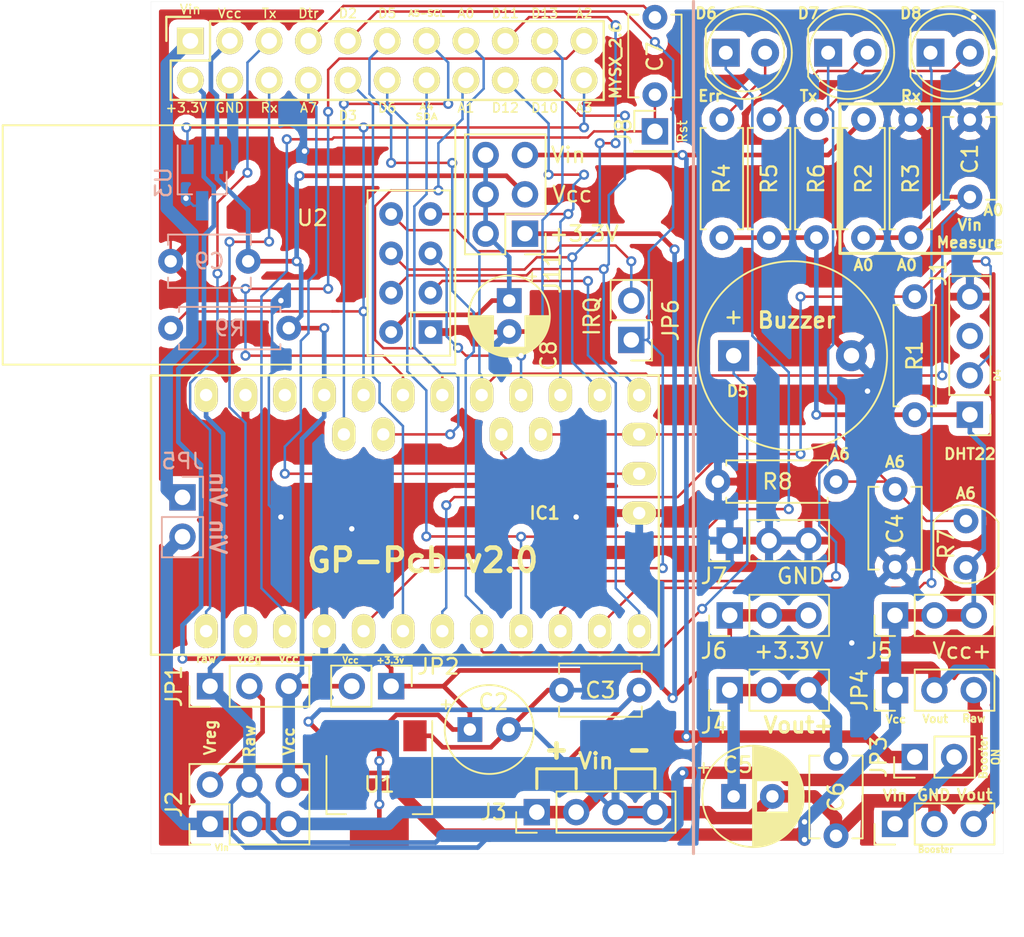
<source format=kicad_pcb>
(kicad_pcb (version 20171130) (host pcbnew 5.0.2-bee76a0~70~ubuntu18.04.1)
  (title_block (title GP-Pcb) (date 2018-12-26) (rev 2.0) (company d-diot) (comment 1 "General Purpose Pcb for Arduino Pro Mini") (comment 2 https://www.d-diot.com) (comment 3 "Author: Francesco Berghi") (comment 4 info@d-diot.com))
  (layers (0 F.Cu signal) (31 B.Cu signal) (34 B.Paste user) (35 F.Paste user) (36 B.SilkS user) (37 F.SilkS user) (38 B.Mask user) (39 F.Mask user) (44 Edge.Cuts user))
  (net 0 "")
  (net 1 PIN-D5)
  (net 2 GND)
  (net 3 PIN-A0)
  (net 4 Vin)
  (net 5 PIN-A6)
  (net 6 Boost+)
  (net 7 "Net-(C7-Pad1)")
  (net 8 "Net-(C8-Pad1)")
  (net 9 PIN-D6)
  (net 10 "Net-(D1-Pad2)")
  (net 11 PIN-D7)
  (net 12 "Net-(D2-Pad2)")
  (net 13 "Net-(D3-Pad2)")
  (net 14 PIN-D8)
  (net 15 "Net-(J1-Pad3)")
  (net 16 PIN-D4)
  (net 17 Vcc)
  (net 18 Raw)
  (net 19 +3.3V)
  (net 20 PIN-A1)
  (net 21 PIN-A2)
  (net 22 PIN-A3)
  (net 23 PIN-A5-SCL)
  (net 24 PIN-A4-SDA)
  (net 25 "Net-(J10-Pad1)")
  (net 26 "Net-(JP5-Pad1)")
  (net 27 PIN-D2)
  (net 28 IRQ)
  (net 29 CSN)
  (net 30 SCK)
  (net 31 MISO)
  (net 32 MOSI)
  (net 33 PIN-D3)
  (net 34 TX)
  (net 35 RX)
  (net 36 PIN-A7)
  (net 37 CE)
  (net 38 "Net-(IC1-Pad22)")
  (net 39 "Net-(C3-Pad1)")
  (net 40 "Net-(C7-Pad2)")
  (module Connector_PinHeader_2.54mm:PinHeader_1x01_P2.54mm_Vertical (layer F.Cu) (at 90.932 54.102)
    (fp_text reference J8 (at -2.032 0 90) (layer F.SilkS))
    (fp_text value Conn_01x01_Male)
    (pad 1 thru_hole rect (at 0 0) (size 1.7 1.7) (drill 1) (layers *.Cu *.Mask) (net 40 "Net-(C7-Pad2)"))
  )
  (module Capacitor_THT:C_Disc_D5.1mm_W3.2mm_P5.00mm (layer F.Cu) (at 89.916 90.17 180)
    (fp_text reference C3 (at 2.5 0 180) (layer F.SilkS))
    (fp_text value 10uF)
    (pad 1 thru_hole circle (at 0 0 180) (size 1.6 1.6) (drill 0.8) (layers *.Cu *.Mask) (net 39 "Net-(C3-Pad1)"))
    (pad 2 thru_hole circle (at 5 0 180) (size 1.6 1.6) (drill 0.8) (layers *.Cu *.Mask) (net 2 GND))
  )
  (module Capacitor_THT:CP_Radial_Tantal_D5.5mm_P2.50mm (layer F.Cu) (at 78.994 92.71)
    (fp_text reference C2 (at 1.524 -1.778) (layer F.SilkS))
    (fp_text value 22uF)
    (pad 1 thru_hole rect (at 0 0) (size 1.6 1.6) (drill 0.8) (layers *.Cu *.Mask) (net 19 +3.3V))
    (pad 2 thru_hole circle (at 2.5 0) (size 1.6 1.6) (drill 0.8) (layers *.Cu *.Mask) (net 2 GND))
  )
  (module Connector_PinHeader_2.54mm:PinHeader_2x03_P2.54mm_Vertical (layer F.Cu) (at 82.55 60.706 180)
    (fp_text reference J11 (at -1.778 -2.54 90) (layer F.SilkS))
    (fp_text value Conn_02x03_Odd_Even)
    (pad 1 thru_hole rect (at 0 0 180) (size 1.7 1.7) (drill 1) (layers *.Cu *.Mask) (net 19 +3.3V))
    (pad 2 thru_hole oval (at 2.54 0 180) (size 1.7 1.7) (drill 1) (layers *.Cu *.Mask) (net 8 "Net-(C8-Pad1)"))
    (pad 3 thru_hole oval (at 0 2.54 180) (size 1.7 1.7) (drill 1) (layers *.Cu *.Mask) (net 17 Vcc))
    (pad 4 thru_hole oval (at 2.54 2.54 180) (size 1.7 1.7) (drill 1) (layers *.Cu *.Mask) (net 8 "Net-(C8-Pad1)"))
    (pad 5 thru_hole oval (at 0 5.08 180) (size 1.7 1.7) (drill 1) (layers *.Cu *.Mask) (net 4 Vin))
    (pad 6 thru_hole oval (at 2.54 5.08 180) (size 1.7 1.7) (drill 1) (layers *.Cu *.Mask) (net 8 "Net-(C8-Pad1)"))
  )
  (module RF_Module:nRF24L01_Breakout (layer F.Cu) (at 76.454 67.056 180)
    (fp_text reference U2 (at 7.62 7.366 180) (layer F.SilkS))
    (fp_text value NRF24L01_Breakout)
    (pad 1 thru_hole rect (at 0 0 180) (size 1.524 1.524) (drill 0.762) (layers *.Cu *.Mask) (net 2 GND))
    (pad 2 thru_hole circle (at 2.54 0 180) (size 1.524 1.524) (drill 0.762) (layers *.Cu *.Mask) (net 8 "Net-(C8-Pad1)"))
    (pad 3 thru_hole circle (at 0 2.54 180) (size 1.524 1.524) (drill 0.762) (layers *.Cu *.Mask) (net 37 CE))
    (pad 4 thru_hole circle (at 2.54 2.54 180) (size 1.524 1.524) (drill 0.762) (layers *.Cu *.Mask) (net 29 CSN))
    (pad 5 thru_hole circle (at 0 5.08 180) (size 1.524 1.524) (drill 0.762) (layers *.Cu *.Mask) (net 30 SCK))
    (pad 6 thru_hole circle (at 2.54 5.08 180) (size 1.524 1.524) (drill 0.762) (layers *.Cu *.Mask) (net 32 MOSI))
    (pad 7 thru_hole circle (at 0 7.62 180) (size 1.524 1.524) (drill 0.762) (layers *.Cu *.Mask) (net 31 MISO))
    (pad 8 thru_hole circle (at 2.54 7.62 180) (size 1.524 1.524) (drill 0.762) (layers *.Cu *.Mask) (net 28 IRQ))
  )
  (module Resistor_THT:R_Axial_DIN0207_L6.3mm_D2.5mm_P7.62mm_Horizontal (layer B.Cu) (at 67.31 66.802 180)
    (fp_text reference R9 (at 3.81 0.001001 180) (layer B.SilkS) (effects (justify mirror)))
    (fp_text value 10K)
    (pad 1 thru_hole circle (at 0 0 180) (size 1.6 1.6) (drill 0.8) (layers *.Cu *.Mask) (net 17 Vcc))
    (pad 2 thru_hole oval (at 7.62 0 180) (size 1.6 1.6) (drill 0.8) (layers *.Cu *.Mask) (net 22 PIN-A3))
  )
  (module Capacitor_THT:C_Disc_D5.1mm_W3.2mm_P5.00mm (layer F.Cu) (at 90.932 46.736 270)
    (fp_text reference C7 (at 2.54 0 270) (layer F.SilkS))
    (fp_text value 0.1uF)
    (pad 1 thru_hole circle (at 0 0 270) (size 1.6 1.6) (drill 0.8) (layers *.Cu *.Mask) (net 7 "Net-(C7-Pad1)"))
    (pad 2 thru_hole circle (at 5 0 270) (size 1.6 1.6) (drill 0.8) (layers *.Cu *.Mask) (net 40 "Net-(C7-Pad2)"))
  )
  (module Capacitor_THT:C_Disc_D5.1mm_W3.2mm_P5.00mm (layer B.Cu) (at 59.69 62.484)
    (fp_text reference C9 (at 2.5 0) (layer B.SilkS) (effects (justify mirror)))
    (fp_text value 0.1uF)
    (pad 1 thru_hole circle (at 0 0) (size 1.6 1.6) (drill 0.8) (layers *.Cu *.Mask) (net 2 GND))
    (pad 2 thru_hole circle (at 5 0) (size 1.6 1.6) (drill 0.8) (layers *.Cu *.Mask) (net 17 Vcc))
  )
  (module Package_TO_SOT_SMD:SOT-23_Handsoldering (layer B.Cu) (at 61.722 57.404 270)
    (fp_text reference U3 (at 0 2.5 270) (layer B.SilkS) (effects (justify mirror)))
    (fp_text value ATSHA204A)
    (pad 1 smd rect (at -1.5 0.95 270) (size 1.9 0.8) (layers B.Cu B.Paste B.Mask) (net 22 PIN-A3))
    (pad 2 smd rect (at -1.5 -0.95 270) (size 1.9 0.8) (layers B.Cu B.Paste B.Mask) (net 17 Vcc))
    (pad 3 smd rect (at 1.5 0 270) (size 1.9 0.8) (layers B.Cu B.Paste B.Mask) (net 2 GND))
  )
  (module mysensors_connectors:MYSX_2.6_SOCKET (layer B.Cu) (at 60.96 48.26 270)
    (fp_text reference P1 hide)
    (fp_text value MYSX_2.6 (at 1.27 -27.432 270) (layer F.SilkS) (effects (font (size 0.7 0.7))))
    (pad 20 thru_hole oval (at 2.54 -22.86 270) (size 1.7272 1.7272) (drill 1.016) (layers *.Cu *.Mask F.SilkS) (net 29 CSN))
    (pad 19 thru_hole oval (at 0 -22.86 270) (size 1.7272 1.7272) (drill 1.016) (layers *.Cu *.Mask F.SilkS) (net 30 SCK))
    (pad 18 thru_hole oval (at 2.54 -20.32 270) (size 1.7272 1.7272) (drill 1.016) (layers *.Cu *.Mask F.SilkS) (net 31 MISO))
    (pad 17 thru_hole oval (at 0 -20.32 270) (size 1.7272 1.7272) (drill 1.016) (layers *.Cu *.Mask F.SilkS) (net 32 MOSI))
    (pad 16 thru_hole oval (at 2.54 -17.78 270) (size 1.7272 1.7272) (drill 1.016) (layers *.Cu *.Mask F.SilkS) (net 20 PIN-A1))
    (pad 15 thru_hole oval (at 0 -17.78 270) (size 1.7272 1.7272) (drill 1.016) (layers *.Cu *.Mask F.SilkS) (net 3 PIN-A0))
    (pad 14 thru_hole oval (at 2.54 -15.24 270) (size 1.7272 1.7272) (drill 1.016) (layers *.Cu *.Mask F.SilkS) (net 24 PIN-A4-SDA))
    (pad 13 thru_hole oval (at 0 -15.24 270) (size 1.7272 1.7272) (drill 1.016) (layers *.Cu *.Mask F.SilkS) (net 23 PIN-A5-SCL))
    (pad 12 thru_hole oval (at 2.54 -12.7 270) (size 1.7272 1.7272) (drill 1.016) (layers *.Cu *.Mask F.SilkS) (net 9 PIN-D6))
    (pad 11 thru_hole oval (at 0 -12.7 270) (size 1.7272 1.7272) (drill 1.016) (layers *.Cu *.Mask F.SilkS) (net 1 PIN-D5))
    (pad 10 thru_hole oval (at 2.54 -10.16 270) (size 1.7272 1.7272) (drill 1.016) (layers *.Cu *.Mask F.SilkS) (net 33 PIN-D3))
    (pad 9 thru_hole oval (at 0 -10.16 270) (size 1.7272 1.7272) (drill 1.016) (layers *.Cu *.Mask F.SilkS) (net 27 PIN-D2))
    (pad 1 thru_hole rect (at 0 0 270) (size 1.7272 1.7272) (drill 1.016) (layers *.Cu *.Mask F.SilkS) (net 26 "Net-(JP5-Pad1)"))
    (pad 2 thru_hole oval (at 2.54 0 270) (size 1.7272 1.7272) (drill 1.016) (layers *.Cu *.Mask F.SilkS) (net 19 +3.3V))
    (pad 3 thru_hole oval (at 0 -2.54 270) (size 1.7272 1.7272) (drill 1.016) (layers *.Cu *.Mask F.SilkS) (net 17 Vcc))
    (pad 4 thru_hole oval (at 2.54 -2.54 270) (size 1.7272 1.7272) (drill 1.016) (layers *.Cu *.Mask F.SilkS) (net 2 GND))
    (pad 5 thru_hole oval (at 0 -5.08 270) (size 1.7272 1.7272) (drill 1.016) (layers *.Cu *.Mask F.SilkS) (net 34 TX))
    (pad 6 thru_hole oval (at 2.54 -5.08 270) (size 1.7272 1.7272) (drill 1.016) (layers *.Cu *.Mask F.SilkS) (net 35 RX))
    (pad 7 thru_hole oval (at 0 -7.62 270) (size 1.7272 1.7272) (drill 1.016) (layers *.Cu *.Mask F.SilkS) (net 7 "Net-(C7-Pad1)"))
    (pad 8 thru_hole oval (at 2.54 -7.62 270) (size 1.7272 1.7272) (drill 1.016) (layers *.Cu *.Mask F.SilkS) (net 36 PIN-A7))
    (pad 21 thru_hole oval (at 0 -25.4 270) (size 1.7272 1.7272) (drill 1.016) (layers *.Cu *.Mask F.SilkS) (net 21 PIN-A2))
    (pad 22 thru_hole oval (at 2.54 -25.4 270) (size 1.7272 1.7272) (drill 1.016) (layers *.Cu *.Mask F.SilkS) (net 22 PIN-A3))
  )
  (module mysensors_arduino:pro_mini (layer F.Cu) (at 75.946 78.74)
    (fp_text reference IC1 (at 7.874 0) (layer F.SilkS) (effects (font (size 0.8 0.8) (thickness 0.16))))
    (fp_text value ArduinoProMini hide)
    (pad 28 thru_hole oval (at 5.08 -5.08) (size 1.50114 2.19964) (drill 0.8001) (layers *.Cu *.Mask F.SilkS) (net 36 PIN-A7))
    (pad 27 thru_hole oval (at 7.62 -5.08) (size 1.50114 2.19964) (drill 0.8001) (layers *.Cu *.Mask F.SilkS) (net 5 PIN-A6))
    (pad 1 thru_hole oval (at -13.97 7.62) (size 1.50114 2.19964) (drill 0.8001) (layers *.Cu *.Mask F.SilkS) (net 34 TX))
    (pad 2 thru_hole oval (at -11.43 7.62) (size 1.50114 2.19964) (drill 0.8001) (layers *.Cu *.Mask F.SilkS) (net 35 RX))
    (pad 3 thru_hole oval (at -8.89 7.62) (size 1.50114 2.19964) (drill 0.8001) (layers *.Cu *.Mask F.SilkS) (net 40 "Net-(C7-Pad2)"))
    (pad 4 thru_hole oval (at -6.35 7.62) (size 1.50114 2.19964) (drill 0.8001) (layers *.Cu *.Mask F.SilkS) (net 2 GND))
    (pad 5 thru_hole oval (at -3.81 7.62) (size 1.50114 2.19964) (drill 0.8001) (layers *.Cu *.Mask F.SilkS) (net 27 PIN-D2))
    (pad 6 thru_hole oval (at -1.27 7.62) (size 1.50114 2.19964) (drill 0.8001) (layers *.Cu *.Mask F.SilkS) (net 33 PIN-D3))
    (pad 7 thru_hole oval (at 1.27 7.62) (size 1.50114 2.19964) (drill 0.8001) (layers *.Cu *.Mask F.SilkS) (net 16 PIN-D4))
    (pad 8 thru_hole oval (at 3.81 7.62) (size 1.50114 2.19964) (drill 0.8001) (layers *.Cu *.Mask F.SilkS) (net 1 PIN-D5))
    (pad 9 thru_hole oval (at 6.35 7.62) (size 1.50114 2.19964) (drill 0.8001) (layers *.Cu *.Mask F.SilkS) (net 9 PIN-D6))
    (pad 10 thru_hole oval (at 8.89 7.62) (size 1.50114 2.19964) (drill 0.8001) (layers *.Cu *.Mask F.SilkS) (net 11 PIN-D7))
    (pad 11 thru_hole oval (at 11.43 7.62) (size 1.50114 2.19964) (drill 0.8001) (layers *.Cu *.Mask F.SilkS) (net 14 PIN-D8))
    (pad 12 thru_hole oval (at 13.97 7.62) (size 1.50114 2.19964) (drill 0.8001) (layers *.Cu *.Mask F.SilkS) (net 37 CE))
    (pad 13 thru_hole oval (at 13.97 -7.62) (size 1.50114 2.19964) (drill 0.8001) (layers *.Cu *.Mask F.SilkS) (net 29 CSN))
    (pad 14 thru_hole oval (at 11.43 -7.62) (size 1.50114 2.19964) (drill 0.8001) (layers *.Cu *.Mask F.SilkS) (net 32 MOSI))
    (pad 15 thru_hole oval (at 8.89 -7.62) (size 1.50114 2.19964) (drill 0.8001) (layers *.Cu *.Mask F.SilkS) (net 31 MISO))
    (pad 16 thru_hole oval (at 6.35 -7.62) (size 1.50114 2.19964) (drill 0.8001) (layers *.Cu *.Mask F.SilkS) (net 30 SCK))
    (pad 17 thru_hole oval (at 3.81 -7.62) (size 1.50114 2.19964) (drill 0.8001) (layers *.Cu *.Mask F.SilkS) (net 3 PIN-A0))
    (pad 18 thru_hole oval (at 1.27 -7.62) (size 1.50114 2.19964) (drill 0.8001) (layers *.Cu *.Mask F.SilkS) (net 20 PIN-A1))
    (pad 19 thru_hole oval (at -1.27 -7.62) (size 1.50114 2.19964) (drill 0.8001) (layers *.Cu *.Mask F.SilkS) (net 21 PIN-A2))
    (pad 20 thru_hole oval (at -3.81 -7.62) (size 1.50114 2.19964) (drill 0.8001) (layers *.Cu *.Mask F.SilkS) (net 22 PIN-A3))
    (pad 21 thru_hole oval (at -6.35 -7.62) (size 1.50114 2.19964) (drill 0.8001) (layers *.Cu *.Mask F.SilkS) (net 17 Vcc))
    (pad 22 thru_hole oval (at -8.89 -7.62) (size 1.50114 2.19964) (drill 0.8001) (layers *.Cu *.Mask F.SilkS) (net 38 "Net-(IC1-Pad22)"))
    (pad 23 thru_hole oval (at -11.43 -7.62) (size 1.50114 2.19964) (drill 0.8001) (layers *.Cu *.Mask F.SilkS) (net 2 GND))
    (pad 24 thru_hole oval (at -13.97 -7.62) (size 1.50114 2.19964) (drill 0.8001) (layers *.Cu *.Mask F.SilkS) (net 18 Raw))
    (pad 25 thru_hole oval (at -2.54 -5.08) (size 1.50114 2.19964) (drill 0.8001) (layers *.Cu *.Mask F.SilkS) (net 24 PIN-A4-SDA))
    (pad 26 thru_hole oval (at -5.08 -5.08) (size 1.50114 2.19964) (drill 0.8001) (layers *.Cu *.Mask F.SilkS) (net 23 PIN-A5-SCL))
    (pad 27 thru_hole oval (at 13.97 -5.08) (size 2.19964 1.50114) (drill 0.8001) (layers *.Cu *.Mask F.SilkS) (net 5 PIN-A6))
    (pad 28 thru_hole oval (at 13.97 -2.54) (size 2.19964 1.50114) (drill 0.8001) (layers *.Cu *.Mask F.SilkS) (net 36 PIN-A7))
    (pad 29 thru_hole oval (at 13.97 0) (size 2.19964 1.50114) (drill 0.8001) (layers *.Cu *.Mask F.SilkS) (net 2 GND))
  )
  (module Buzzer_Beeper:Buzzer_12x9.5RM7.6 (layer F.Cu) (at 96.012 68.58)
    (fp_text reference BZ1 hide)
    (fp_text value Buzzer)
    (fp_text user + (at -0.01 -2.54) (layer F.SilkS))
    (pad 1 thru_hole rect (at 0 0) (size 2 2) (drill 1) (layers *.Cu *.Mask) (net 1 PIN-D5))
    (pad 2 thru_hole circle (at 7.6 0) (size 2 2) (drill 1) (layers *.Cu *.Mask) (net 2 GND))
  )
  (module Capacitor_THT:C_Disc_D5.1mm_W3.2mm_P5.00mm (layer F.Cu) (at 111.252 53.34 270)
    (fp_text reference C1 (at 2.54 0 270) (layer F.SilkS))
    (fp_text value 0.1uF)
    (pad 2 thru_hole circle (at 5 0 270) (size 1.6 1.6) (drill 0.8) (layers *.Cu *.Mask) (net 3 PIN-A0))
    (pad 1 thru_hole circle (at 0 0 270) (size 1.6 1.6) (drill 0.8) (layers *.Cu *.Mask) (net 2 GND))
  )
  (module Capacitor_THT:C_Disc_D5.1mm_W3.2mm_P5.00mm (layer F.Cu) (at 106.426 77.216 270)
    (fp_text reference C4 (at 2.54 0 270) (layer F.SilkS))
    (fp_text value 0.1uF)
    (pad 1 thru_hole circle (at 0 0 270) (size 1.6 1.6) (drill 0.8) (layers *.Cu *.Mask) (net 5 PIN-A6))
    (pad 2 thru_hole circle (at 5 0 270) (size 1.6 1.6) (drill 0.8) (layers *.Cu *.Mask) (net 2 GND))
  )
  (module Capacitor_THT:CP_Radial_D6.3mm_P2.50mm (layer F.Cu) (at 96.012 97.028)
    (fp_text reference C5 (at 0.254 -2.032) (layer F.SilkS))
    (fp_text value 100uF)
    (pad 2 thru_hole circle (at 2.5 0) (size 1.6 1.6) (drill 0.8) (layers *.Cu *.Mask) (net 2 GND))
    (pad 1 thru_hole rect (at 0 0) (size 1.6 1.6) (drill 0.8) (layers *.Cu *.Mask) (net 6 Boost+))
  )
  (module Capacitor_THT:C_Disc_D5.1mm_W3.2mm_P5.00mm (layer F.Cu) (at 102.616 99.568 90)
    (fp_text reference C6 (at 2.5 0 90) (layer F.SilkS))
    (fp_text value 0.1uF)
    (pad 2 thru_hole circle (at 5 0 90) (size 1.6 1.6) (drill 0.8) (layers *.Cu *.Mask) (net 6 Boost+))
    (pad 1 thru_hole circle (at 0 0 90) (size 1.6 1.6) (drill 0.8) (layers *.Cu *.Mask) (net 2 GND))
  )
  (module Capacitor_THT:CP_Radial_D5.0mm_P2.00mm (layer F.Cu) (at 81.534 65.024 270)
    (fp_text reference C8 (at 3.556 -2.54 270) (layer F.SilkS))
    (fp_text value 22uF)
    (pad 1 thru_hole rect (at 0 0 270) (size 1.6 1.6) (drill 0.8) (layers *.Cu *.Mask) (net 8 "Net-(C8-Pad1)"))
    (pad 2 thru_hole circle (at 2 0 270) (size 1.6 1.6) (drill 0.8) (layers *.Cu *.Mask) (net 2 GND))
  )
  (module LED_THT:LED_D5.0mm (layer F.Cu) (at 95.504 49.022)
    (fp_text reference D1 hide)
    (fp_text value LED)
    (pad 1 thru_hole rect (at 0 0) (size 1.8 1.8) (drill 0.9) (layers *.Cu *.Mask) (net 9 PIN-D6))
    (pad 2 thru_hole circle (at 2.54 0) (size 1.8 1.8) (drill 0.9) (layers *.Cu *.Mask) (net 10 "Net-(D1-Pad2)"))
  )
  (module LED_THT:LED_D5.0mm (layer F.Cu) (at 102.108 49.022)
    (fp_text reference D2 hide)
    (fp_text value LED)
    (pad 1 thru_hole rect (at 0 0) (size 1.8 1.8) (drill 0.9) (layers *.Cu *.Mask) (net 11 PIN-D7))
    (pad 2 thru_hole circle (at 2.54 0) (size 1.8 1.8) (drill 0.9) (layers *.Cu *.Mask) (net 12 "Net-(D2-Pad2)"))
  )
  (module LED_THT:LED_D5.0mm (layer F.Cu) (at 108.712 49.022)
    (fp_text reference D3 hide)
    (fp_text value LED)
    (pad 2 thru_hole circle (at 2.54 0) (size 1.8 1.8) (drill 0.9) (layers *.Cu *.Mask) (net 13 "Net-(D3-Pad2)"))
    (pad 1 thru_hole rect (at 0 0) (size 1.8 1.8) (drill 0.9) (layers *.Cu *.Mask) (net 14 PIN-D8))
  )
  (module Connector_PinHeader_2.54mm:PinHeader_1x04_P2.54mm_Vertical (layer F.Cu) (at 111.252 72.39 180)
    (fp_text reference J1 (at 2.032 9.144 270) (layer F.SilkS))
    (fp_text value DHT22)
    (pad 4 thru_hole oval (at 0 7.62 180) (size 1.7 1.7) (drill 1) (layers *.Cu *.Mask) (net 2 GND))
    (pad 3 thru_hole oval (at 0 5.08 180) (size 1.7 1.7) (drill 1) (layers *.Cu *.Mask) (net 15 "Net-(J1-Pad3)"))
    (pad 2 thru_hole oval (at 0 2.54 180) (size 1.7 1.7) (drill 1) (layers *.Cu *.Mask) (net 16 PIN-D4))
    (pad 1 thru_hole rect (at 0 0 180) (size 1.7 1.7) (drill 1) (layers *.Cu *.Mask) (net 17 Vcc))
  )
  (module Connector_PinHeader_2.54mm:PinHeader_2x03_P2.54mm_Vertical (layer F.Cu) (at 62.23 98.806 90)
    (fp_text reference J2 (at 1.27 -2.33 90) (layer F.SilkS))
    (fp_text value Conn_02x03_Odd_Even)
    (pad 6 thru_hole oval (at 2.54 5.08 90) (size 1.7 1.7) (drill 1) (layers *.Cu *.Mask) (net 17 Vcc))
    (pad 5 thru_hole oval (at 0 5.08 90) (size 1.7 1.7) (drill 1) (layers *.Cu *.Mask) (net 4 Vin))
    (pad 4 thru_hole oval (at 2.54 2.54 90) (size 1.7 1.7) (drill 1) (layers *.Cu *.Mask) (net 18 Raw))
    (pad 3 thru_hole oval (at 0 2.54 90) (size 1.7 1.7) (drill 1) (layers *.Cu *.Mask) (net 4 Vin))
    (pad 2 thru_hole oval (at 2.54 0 90) (size 1.7 1.7) (drill 1) (layers *.Cu *.Mask) (net 39 "Net-(C3-Pad1)"))
    (pad 1 thru_hole rect (at 0 0 90) (size 1.7 1.7) (drill 1) (layers *.Cu *.Mask) (net 4 Vin))
  )
  (module Connector_PinHeader_2.54mm:PinHeader_1x04_P2.54mm_Vertical (layer F.Cu) (at 83.312 98.044 90)
    (fp_text reference J3 (at 0 -2.794 180) (layer F.SilkS))
    (fp_text value Conn_01x04_Male)
    (pad 4 thru_hole oval (at 0 7.62 90) (size 1.7 1.7) (drill 1) (layers *.Cu *.Mask) (net 2 GND))
    (pad 3 thru_hole oval (at 0 5.08 90) (size 1.7 1.7) (drill 1) (layers *.Cu *.Mask) (net 2 GND))
    (pad 2 thru_hole oval (at 0 2.54 90) (size 1.7 1.7) (drill 1) (layers *.Cu *.Mask) (net 4 Vin))
    (pad 1 thru_hole rect (at 0 0 90) (size 1.7 1.7) (drill 1) (layers *.Cu *.Mask) (net 4 Vin))
  )
  (module Connector_PinHeader_2.54mm:PinHeader_1x03_P2.54mm_Vertical (layer F.Cu) (at 95.758 90.17 90)
    (fp_text reference J4 (at -2.286 -1.016 180) (layer F.SilkS))
    (fp_text value Conn_01x03_Male)
    (pad 3 thru_hole oval (at 0 5.08 90) (size 1.7 1.7) (drill 1) (layers *.Cu *.Mask) (net 6 Boost+))
    (pad 2 thru_hole oval (at 0 2.54 90) (size 1.7 1.7) (drill 1) (layers *.Cu *.Mask) (net 6 Boost+))
    (pad 1 thru_hole rect (at 0 0 90) (size 1.7 1.7) (drill 1) (layers *.Cu *.Mask) (net 6 Boost+))
  )
  (module Connector_PinHeader_2.54mm:PinHeader_1x03_P2.54mm_Vertical (layer F.Cu) (at 106.426 85.344 90)
    (fp_text reference J5 (at -2.286 -1.016 180) (layer F.SilkS))
    (fp_text value Conn_01x03_Male)
    (pad 1 thru_hole rect (at 0 0 90) (size 1.7 1.7) (drill 1) (layers *.Cu *.Mask) (net 17 Vcc))
    (pad 2 thru_hole oval (at 0 2.54 90) (size 1.7 1.7) (drill 1) (layers *.Cu *.Mask) (net 17 Vcc))
    (pad 3 thru_hole oval (at 0 5.08 90) (size 1.7 1.7) (drill 1) (layers *.Cu *.Mask) (net 17 Vcc))
  )
  (module Connector_PinHeader_2.54mm:PinHeader_1x03_P2.54mm_Vertical (layer F.Cu) (at 95.758 85.344 90)
    (fp_text reference J6 (at -2.286 -1.016 180) (layer F.SilkS))
    (fp_text value Conn_01x03_Male)
    (pad 3 thru_hole oval (at 0 5.08 90) (size 1.7 1.7) (drill 1) (layers *.Cu *.Mask) (net 19 +3.3V))
    (pad 2 thru_hole oval (at 0 2.54 90) (size 1.7 1.7) (drill 1) (layers *.Cu *.Mask) (net 19 +3.3V))
    (pad 1 thru_hole rect (at 0 0 90) (size 1.7 1.7) (drill 1) (layers *.Cu *.Mask) (net 19 +3.3V))
  )
  (module Connector_PinHeader_2.54mm:PinHeader_1x03_P2.54mm_Vertical (layer F.Cu) (at 95.758 80.518 90)
    (fp_text reference J7 (at -2.286 -1.016 180) (layer F.SilkS))
    (fp_text value Conn_01x03_Male)
    (pad 1 thru_hole rect (at 0 0 90) (size 1.7 1.7) (drill 1) (layers *.Cu *.Mask) (net 2 GND))
    (pad 2 thru_hole oval (at 0 2.54 90) (size 1.7 1.7) (drill 1) (layers *.Cu *.Mask) (net 2 GND))
    (pad 3 thru_hole oval (at 0 5.08 90) (size 1.7 1.7) (drill 1) (layers *.Cu *.Mask) (net 2 GND))
  )
  (module Connector_PinHeader_2.54mm:PinHeader_1x03_P2.54mm_Vertical (layer F.Cu) (at 106.426 98.806 90)
    (fp_text reference J10 hide)
    (fp_text value Booster)
    (pad 1 thru_hole rect (at 0 0 90) (size 1.7 1.7) (drill 1) (layers *.Cu *.Mask) (net 25 "Net-(J10-Pad1)"))
    (pad 2 thru_hole oval (at 0 2.54 90) (size 1.7 1.7) (drill 1) (layers *.Cu *.Mask) (net 2 GND))
    (pad 3 thru_hole oval (at 0 5.08 90) (size 1.7 1.7) (drill 1) (layers *.Cu *.Mask) (net 6 Boost+))
  )
  (module Connector_PinHeader_2.54mm:PinHeader_1x03_P2.54mm_Vertical (layer F.Cu) (at 62.23 89.916 90)
    (fp_text reference JP1 (at 0 -2.33 90) (layer F.SilkS))
    (fp_text value Jumper_3_Open)
    (pad 1 thru_hole rect (at 0 0 90) (size 1.7 1.7) (drill 1) (layers *.Cu *.Mask) (net 18 Raw))
    (pad 2 thru_hole oval (at 0 2.54 90) (size 1.7 1.7) (drill 1) (layers *.Cu *.Mask) (net 39 "Net-(C3-Pad1)"))
    (pad 3 thru_hole oval (at 0 5.08 90) (size 1.7 1.7) (drill 1) (layers *.Cu *.Mask) (net 17 Vcc))
  )
  (module Connector_PinHeader_2.54mm:PinHeader_1x02_P2.54mm_Vertical (layer F.Cu) (at 73.914 89.916 270)
    (fp_text reference JP2 (at -1.27 -3.048) (layer F.SilkS))
    (fp_text value Jumper_2_Open)
    (pad 2 thru_hole oval (at 0 2.54 270) (size 1.7 1.7) (drill 1) (layers *.Cu *.Mask) (net 17 Vcc))
    (pad 1 thru_hole rect (at 0 0 270) (size 1.7 1.7) (drill 1) (layers *.Cu *.Mask) (net 19 +3.3V))
  )
  (module Connector_PinHeader_2.54mm:PinHeader_1x02_P2.54mm_Vertical (layer F.Cu) (at 107.696 94.488 90)
    (fp_text reference JP3 (at 0 -2.33 90) (layer F.SilkS))
    (fp_text value Jumper_2_Open)
    (pad 1 thru_hole rect (at 0 0 90) (size 1.7 1.7) (drill 1) (layers *.Cu *.Mask) (net 4 Vin))
    (pad 2 thru_hole oval (at 0 2.54 90) (size 1.7 1.7) (drill 1) (layers *.Cu *.Mask) (net 25 "Net-(J10-Pad1)"))
  )
  (module Connector_PinHeader_2.54mm:PinHeader_1x03_P2.54mm_Vertical (layer F.Cu) (at 106.426 90.17 90)
    (fp_text reference JP4 (at 0 -2.286 270) (layer F.SilkS))
    (fp_text value Jumper_3_Open)
    (pad 3 thru_hole oval (at 0 5.08 90) (size 1.7 1.7) (drill 1) (layers *.Cu *.Mask) (net 18 Raw))
    (pad 2 thru_hole oval (at 0 2.54 90) (size 1.7 1.7) (drill 1) (layers *.Cu *.Mask) (net 6 Boost+))
    (pad 1 thru_hole rect (at 0 0 90) (size 1.7 1.7) (drill 1) (layers *.Cu *.Mask) (net 17 Vcc))
  )
  (module Connector_PinHeader_2.54mm:PinHeader_1x02_P2.54mm_Vertical (layer B.Cu) (at 60.452 77.724 180)
    (fp_text reference JP5 (at 0 2.33 180) (layer B.SilkS) (effects (justify mirror)))
    (fp_text value Jumper_2_Open)
    (pad 2 thru_hole oval (at 0 -2.54 180) (size 1.7 1.7) (drill 1) (layers *.Cu *.Mask) (net 4 Vin))
    (pad 1 thru_hole rect (at 0 0 180) (size 1.7 1.7) (drill 1) (layers *.Cu *.Mask) (net 26 "Net-(JP5-Pad1)"))
  )
  (module Connector_PinHeader_2.54mm:PinHeader_1x02_P2.54mm_Vertical (layer F.Cu) (at 89.408 67.564 180)
    (fp_text reference JP6 (at -2.54 1.27 270) (layer F.SilkS))
    (fp_text value Jumper_2_Open)
    (pad 1 thru_hole rect (at 0 0 180) (size 1.7 1.7) (drill 1) (layers *.Cu *.Mask) (net 27 PIN-D2))
    (pad 2 thru_hole oval (at 0 2.54 180) (size 1.7 1.7) (drill 1) (layers *.Cu *.Mask) (net 28 IRQ))
  )
  (module Resistor_THT:R_Axial_DIN0207_L6.3mm_D2.5mm_P7.62mm_Horizontal (layer F.Cu) (at 107.696 72.39 90)
    (fp_text reference R1 (at 3.81 0 90) (layer F.SilkS))
    (fp_text value R)
    (pad 1 thru_hole circle (at 0 0 90) (size 1.6 1.6) (drill 0.8) (layers *.Cu *.Mask) (net 17 Vcc))
    (pad 2 thru_hole oval (at 7.62 0 90) (size 1.6 1.6) (drill 0.8) (layers *.Cu *.Mask) (net 16 PIN-D4))
  )
  (module Resistor_THT:R_Axial_DIN0207_L6.3mm_D2.5mm_P7.62mm_Horizontal (layer F.Cu) (at 104.394 60.96 90)
    (fp_text reference R2 (at 3.81 0 90) (layer F.SilkS))
    (fp_text value R)
    (pad 1 thru_hole circle (at 0 0 90) (size 1.6 1.6) (drill 0.8) (layers *.Cu *.Mask) (net 3 PIN-A0))
    (pad 2 thru_hole oval (at 7.62 0 90) (size 1.6 1.6) (drill 0.8) (layers *.Cu *.Mask) (net 4 Vin))
  )
  (module Resistor_THT:R_Axial_DIN0207_L6.3mm_D2.5mm_P7.62mm_Horizontal (layer F.Cu) (at 107.442 53.34 270)
    (fp_text reference R3 (at 3.81 0 270) (layer F.SilkS))
    (fp_text value R)
    (pad 2 thru_hole oval (at 7.62 0 270) (size 1.6 1.6) (drill 0.8) (layers *.Cu *.Mask) (net 3 PIN-A0))
    (pad 1 thru_hole circle (at 0 0 270) (size 1.6 1.6) (drill 0.8) (layers *.Cu *.Mask) (net 2 GND))
  )
  (module Resistor_THT:R_Axial_DIN0207_L6.3mm_D2.5mm_P7.62mm_Horizontal (layer F.Cu) (at 95.25 53.34 270)
    (fp_text reference R4 (at 3.81 0 270) (layer F.SilkS))
    (fp_text value 330)
    (pad 1 thru_hole circle (at 0 0 270) (size 1.6 1.6) (drill 0.8) (layers *.Cu *.Mask) (net 10 "Net-(D1-Pad2)"))
    (pad 2 thru_hole oval (at 7.62 0 270) (size 1.6 1.6) (drill 0.8) (layers *.Cu *.Mask) (net 17 Vcc))
  )
  (module Resistor_THT:R_Axial_DIN0207_L6.3mm_D2.5mm_P7.62mm_Horizontal (layer F.Cu) (at 98.298 53.34 270)
    (fp_text reference R5 (at 3.81 0 270) (layer F.SilkS))
    (fp_text value 330)
    (pad 2 thru_hole oval (at 7.62 0 270) (size 1.6 1.6) (drill 0.8) (layers *.Cu *.Mask) (net 17 Vcc))
    (pad 1 thru_hole circle (at 0 0 270) (size 1.6 1.6) (drill 0.8) (layers *.Cu *.Mask) (net 12 "Net-(D2-Pad2)"))
  )
  (module Resistor_THT:R_Axial_DIN0207_L6.3mm_D2.5mm_P7.62mm_Horizontal (layer F.Cu) (at 101.346 53.34 270)
    (fp_text reference R6 (at 3.81 0 270) (layer F.SilkS))
    (fp_text value 330)
    (pad 1 thru_hole circle (at 0 0 270) (size 1.6 1.6) (drill 0.8) (layers *.Cu *.Mask) (net 13 "Net-(D3-Pad2)"))
    (pad 2 thru_hole oval (at 7.62 0 270) (size 1.6 1.6) (drill 0.8) (layers *.Cu *.Mask) (net 17 Vcc))
  )
  (module OptoDevice:R_LDR_5.0x4.1mm_P3mm_Vertical (layer F.Cu) (at 110.998 79.248 270)
    (fp_text reference R7 (at 1.5 1.27 270) (layer F.SilkS))
    (fp_text value R_PHOTO)
    (pad 1 thru_hole circle (at 0 0 270) (size 1.6 1.6) (drill 0.8) (layers *.Cu *.Mask) (net 5 PIN-A6))
    (pad 2 thru_hole circle (at 3 0 270) (size 1.6 1.6) (drill 0.8) (layers *.Cu *.Mask) (net 17 Vcc))
  )
  (module Resistor_THT:R_Axial_DIN0207_L6.3mm_D2.5mm_P7.62mm_Horizontal (layer F.Cu) (at 102.616 76.708 180)
    (fp_text reference R8 (at 3.774999 -0.001001 180) (layer F.SilkS))
    (fp_text value R)
    (pad 2 thru_hole oval (at 7.62 0 180) (size 1.6 1.6) (drill 0.8) (layers *.Cu *.Mask) (net 2 GND))
    (pad 1 thru_hole circle (at 0 0 180) (size 1.6 1.6) (drill 0.8) (layers *.Cu *.Mask) (net 5 PIN-A6))
  )
  (module Package_TO_SOT_SMD:SOT-223-3_TabPin2 (layer F.Cu) (at 73.152 96.266 270)
    (fp_text reference U1 (at 0 0) (layer F.SilkS))
    (fp_text value AMS1117-3.3)
    (pad 2 smd rect (at 3.15 0 270) (size 2 3.8) (layers F.Cu F.Paste F.Mask) (net 19 +3.3V))
    (pad 2 smd rect (at -3.15 0 270) (size 2 1.5) (layers F.Cu F.Paste F.Mask) (net 19 +3.3V))
    (pad 3 smd rect (at -3.15 2.3 270) (size 2 1.5) (layers F.Cu F.Paste F.Mask) (net 39 "Net-(C3-Pad1)"))
    (pad 1 smd rect (at -3.15 -2.3 270) (size 2 1.5) (layers F.Cu F.Paste F.Mask) (net 2 GND))
  )
  (module MountingHole:MountingHole_2.7mm_M2.5 (layer F.Cu) (at 90.17 58.42)
    (fp_text reference REF** hide)
    (fp_text value MountingHole_2.7mm_M2.5)
    (pad 1 np_thru_hole circle (at 0 0) (size 2.7 2.7) (drill 2.7) (layers *.Cu *.Mask))
  )
  (gr_text Rst (at 92.71 54.102 90) (layer F.SilkS) (effects (font (size 0.6 0.6) (thickness 0.1))))
  (gr_line (start 93.42 45.72) (end 93.42 100.72) (layer B.SilkS) (width 0.2))
  (gr_text "GP-Pcb v2.0" (at 75.946 81.788) (layer F.SilkS) (effects (font (size 1.5 1.5) (thickness 0.3))))
  (gr_text A6 (at 102.87 74.93) (layer F.SilkS) (effects (font (size 0.7 0.7))))
  (gr_text A6 (at 106.426 75.438) (layer F.SilkS) (effects (font (size 0.7 0.7))))
  (gr_text A0 (at 112.776 59.182) (layer F.SilkS) (effects (font (size 0.7 0.7))))
  (gr_text A0 (at 107.188 62.738) (layer F.SilkS) (effects (font (size 0.7 0.7))))
  (gr_text A0 (at 104.394 62.738) (layer F.SilkS) (effects (font (size 0.7 0.7))))
  (gr_text A6 (at 110.998 77.47) (layer F.SilkS) (effects (font (size 0.7 0.7))))
  (gr_text D5 (at 96.266 70.866) (layer F.SilkS) (effects (font (size 0.7 0.7))))
  (gr_text D4 (at 113.03 69.85 90) (layer F.SilkS) (effects (font (size 0.4 0.4) (thickness 0.1))))
  (gr_text D8 (at 107.442 46.482) (layer F.SilkS) (effects (font (size 0.7 0.7))))
  (gr_text D7 (at 100.838 46.482) (layer F.SilkS) (effects (font (size 0.7 0.7))))
  (gr_text D6 (at 94.234 46.482) (layer F.SilkS) (effects (font (size 0.7 0.7))))
  (gr_text A3 (at 86.36 52.578) (layer F.SilkS) (effects (font (size 0.6 0.6) (thickness 0.1))))
  (gr_text A2 (at 86.36 46.482) (layer F.SilkS) (effects (font (size 0.6 0.6) (thickness 0.1))))
  (gr_text D10 (at 83.82 52.578) (layer F.SilkS) (effects (font (size 0.6 0.6) (thickness 0.1))))
  (gr_text D13 (at 83.82 46.482) (layer F.SilkS) (effects (font (size 0.6 0.6) (thickness 0.1))))
  (gr_text D12 (at 81.28 52.578) (layer F.SilkS) (effects (font (size 0.6 0.6) (thickness 0.1))))
  (gr_text D11 (at 81.28 46.482) (layer F.SilkS) (effects (font (size 0.6 0.6) (thickness 0.1))))
  (gr_text A1 (at 78.74 52.578) (layer F.SilkS) (effects (font (size 0.6 0.6) (thickness 0.1))))
  (gr_text A0 (at 78.74 46.482) (layer F.SilkS) (effects (font (size 0.6 0.6) (thickness 0.1))))
  (gr_text "A4\nSDA" (at 76.2 52.832) (layer F.SilkS) (effects (font (size 0.4 0.5) (thickness 0.1))))
  (gr_text A5-SCL (at 76.2 46.482) (layer F.SilkS) (effects (font (size 0.4 0.4) (thickness 0.1))))
  (gr_text D6 (at 73.66 52.578) (layer F.SilkS) (effects (font (size 0.6 0.6) (thickness 0.1))))
  (gr_text D5 (at 73.66 46.482) (layer F.SilkS) (effects (font (size 0.6 0.6) (thickness 0.1))))
  (gr_text D3 (at 71.12 53.086) (layer F.SilkS) (effects (font (size 0.6 0.6) (thickness 0.1))))
  (gr_text D2 (at 71.12 46.482) (layer F.SilkS) (effects (font (size 0.6 0.6) (thickness 0.1))))
  (gr_text A7 (at 68.58 52.578) (layer F.SilkS) (effects (font (size 0.6 0.6) (thickness 0.1))))
  (gr_text Dtr (at 68.58 46.482) (layer F.SilkS) (effects (font (size 0.6 0.6) (thickness 0.1))))
  (gr_text Rx (at 66.04 52.578) (layer F.SilkS) (effects (font (size 0.6 0.6) (thickness 0.1))))
  (gr_text Tx (at 66.04 46.482) (layer F.SilkS) (effects (font (size 0.6 0.6) (thickness 0.1))))
  (gr_text GND (at 63.5 52.578) (layer F.SilkS) (effects (font (size 0.6 0.6) (thickness 0.1))))
  (gr_text Vcc (at 63.5 46.482) (layer F.SilkS) (effects (font (size 0.6 0.6) (thickness 0.1))))
  (gr_text +3.3V (at 60.706 52.578) (layer F.SilkS) (effects (font (size 0.6 0.6) (thickness 0.1))))
  (gr_text Vin (at 60.96 46.228) (layer F.SilkS) (effects (font (size 0.6 0.6) (thickness 0.1))))
  (gr_text Vin (at 62.738 77.216 270) (layer B.SilkS) (effects (font (size 1 1) (thickness 0.2)) (justify mirror)))
  (gr_text Vin (at 62.738 80.264 270) (layer B.SilkS) (effects (font (size 1 1) (thickness 0.2)) (justify mirror)))
  (gr_text Vin (at 87.122 94.742) (layer F.SilkS) (effects (font (size 1 1) (thickness 0.2))))
  (gr_text Vin (at 62.992 100.33) (layer F.SilkS) (effects (font (size 0.4 0.4) (thickness 0.1))))
  (gr_text Raw (at 111.506 91.9988) (layer F.SilkS) (effects (font (size 0.5 0.5) (thickness 0.12))))
  (gr_text Vcc (at 106.4768 92.0496) (layer F.SilkS) (effects (font (size 0.5 0.5) (thickness 0.12))))
  (gr_text Vout (at 109.0168 92.0242) (layer F.SilkS) (effects (font (size 0.5 0.5) (thickness 0.12))))
  (gr_text Booster (at 109.0422 100.457) (layer F.SilkS) (effects (font (size 0.4 0.4) (thickness 0.1))))
  (gr_text Vout (at 111.5568 96.9264) (layer F.SilkS) (effects (font (size 0.7 0.7))))
  (gr_text GND (at 108.9152 96.9518) (layer F.SilkS) (effects (font (size 0.7 0.7))))
  (gr_text Vin (at 106.426 96.9772) (layer F.SilkS) (effects (font (size 0.7 0.7))))
  (gr_text Vcc (at 71.2978 88.2396) (layer F.SilkS) (effects (font (size 0.4 0.4) (thickness 0.1))))
  (gr_text vreg (at 64.77 88.138) (layer F.SilkS) (effects (font (size 0.5 0.5) (thickness 0.12))))
  (gr_text Vcc (at 67.31 88.138) (layer F.SilkS) (effects (font (size 0.5 0.5) (thickness 0.12))))
  (gr_text raw (at 61.976 88.138) (layer F.SilkS) (effects (font (size 0.5 0.5) (thickness 0.12))))
  (gr_text +3.3v (at 73.8632 88.2396) (layer F.SilkS) (effects (font (size 0.4 0.4) (thickness 0.1))))
  (gr_text Rx (at 107.442 51.816) (layer F.SilkS) (effects (font (size 0.7 0.7))))
  (gr_text Tx (at 100.838 51.816) (layer F.SilkS) (effects (font (size 0.7 0.7))))
  (gr_text Err (at 94.488 51.816) (layer F.SilkS) (effects (font (size 0.7 0.7))))
  (gr_text "Vin\nMeasure" (at 111.252 60.706) (layer F.SilkS) (effects (font (size 0.7 0.7))))
  (gr_line (start 102.87 52.324) (end 113.284 52.324) (layer F.SilkS) (width 0.2))
  (gr_line (start 102.87 61.976) (end 113.284 61.976) (layer F.SilkS) (width 0.2))
  (gr_line (start 102.87 52.324) (end 102.87 61.976) (layer F.SilkS) (width 0.2))
  (gr_text DHT22 (at 111.252 74.93) (layer F.SilkS) (effects (font (size 0.7 0.7))))
  (gr_text IRQ (at 86.868 66.04 90) (layer F.SilkS) (effects (font (size 1 1))))
  (gr_text +3.3V (at 86.36 60.706) (layer F.SilkS) (effects (font (size 1 1))))
  (gr_text Vcc (at 85.598 58.166) (layer F.SilkS) (effects (font (size 1 1))))
  (gr_text Vin (at 85.344 55.626) (layer F.SilkS) (effects (font (size 1 1))))
  (gr_text - (at 89.916 93.98) (layer F.SilkS) (effects (font (size 1.2 1.2) (thickness 0.3))))
  (gr_text Buzzer (at 100.076 66.294) (layer F.SilkS) (effects (font (size 1 1) (thickness 0.2))))
  (gr_text "Booster\nON" (at 112.522 94.488 90) (layer F.SilkS) (effects (font (size 0.5 0.5) (thickness 0.12))))
  (gr_text Vcc+ (at 110.744 87.63) (layer F.SilkS) (effects (font (size 1 1))))
  (gr_text GND (at 100.33 82.804) (layer F.SilkS) (effects (font (size 1 1))))
  (gr_text +3.3V (at 99.568 87.63) (layer F.SilkS) (effects (font (size 1 1))))
  (gr_text Vout+ (at 100.203 92.4306) (layer F.SilkS) (effects (font (size 1 1) (thickness 0.2))))
  (gr_line (start 83.312 95.25) (end 83.312 96.52) (layer F.SilkS) (width 0.2))
  (gr_line (start 85.852 95.25) (end 83.312 95.25) (layer F.SilkS) (width 0.2))
  (gr_line (start 85.852 96.52) (end 85.852 95.25) (layer F.SilkS) (width 0.2))
  (gr_line (start 90.932 95.25) (end 90.932 96.52) (layer F.SilkS) (width 0.2))
  (gr_line (start 88.392 95.25) (end 90.932 95.25) (layer F.SilkS) (width 0.2))
  (gr_line (start 88.392 96.52) (end 88.392 95.25) (layer F.SilkS) (width 0.2))
  (gr_text + (at 84.582 93.98) (layer F.SilkS) (effects (font (size 1.2 1.2) (thickness 0.3))))
  (gr_text Raw (at 64.77 93.472 90) (layer F.SilkS) (effects (font (size 0.7 0.7))))
  (gr_text Vcc (at 67.31 93.472 90) (layer F.SilkS) (effects (font (size 0.7 0.7))))
  (gr_text Vreg (at 62.23 93.218 90) (layer F.SilkS) (effects (font (size 0.7 0.7))))
  (gr_line (start 93.42 45.72) (end 93.42 100.72) (layer F.SilkS) (width 0.2))
  (gr_line (start 113.42 45.72) (end 113.42 100.72) (layer Edge.Cuts) (width 0.01))
  (gr_line (start 58.42 100.72) (end 113.42 100.72) (layer Edge.Cuts) (width 0.01))
  (gr_line (start 58.42 45.72) (end 58.42 100.72) (layer Edge.Cuts) (width 0.01))
  (gr_line (start 58.42 45.72) (end 113.42 45.72) (layer Edge.Cuts) (width 0.01))
  (segment (start 79.756 85.10018) (end 79.756 86.36) (width 0.16) (layer B.Cu) (net 1))
  (segment (start 78.72542 84.0696) (end 79.756 85.10018) (width 0.16) (layer B.Cu) (net 1))
  (segment (start 78.72542 68.84858) (end 78.72542 84.0696) (width 0.16) (layer B.Cu) (net 1))
  (segment (start 78.72542 68.84858) (end 79.248 68.326) (width 0.16) (layer B.Cu) (net 1))
  (segment (start 79.248 65.786) (end 77.856011 64.394011) (width 0.16) (layer B.Cu) (net 1))
  (segment (start 79.248 68.326) (end 79.248 65.786) (width 0.16) (layer B.Cu) (net 1))
  (segment (start 77.856011 64.394011) (end 77.856011 56.134) (width 0.16) (layer B.Cu) (net 1))
  (segment (start 72.516399 51.687269) (end 73.914 53.08487) (width 0.16) (layer B.Cu) (net 1))
  (segment (start 73.66 48.26) (end 72.516399 49.403601) (width 0.16) (layer B.Cu) (net 1))
  (segment (start 72.516399 49.403601) (end 72.516399 51.687269) (width 0.16) (layer B.Cu) (net 1))
  (segment (start 73.914 53.08487) (end 73.914 56.134) (width 0.16) (layer B.Cu) (net 1))
  (via (at 73.914 56.134) (size 0.65) (drill 0.35) (layers F.Cu B.Cu) (net 1))
  (segment (start 73.914 56.134) (end 77.978 56.134) (width 0.16) (layer F.Cu) (net 1))
  (via (at 77.856011 56.134) (size 0.65) (drill 0.35) (layers F.Cu B.Cu) (net 1))
  (segment (start 96.888001 82.009997) (end 93.98 84.917998) (width 0.16) (layer B.Cu) (net 1))
  (segment (start 96.888001 70.616001) (end 96.888001 82.009997) (width 0.16) (layer B.Cu) (net 1))
  (segment (start 96.012 68.58) (end 96.012 69.74) (width 0.16) (layer B.Cu) (net 1))
  (segment (start 96.012 69.74) (end 96.888001 70.616001) (width 0.16) (layer B.Cu) (net 1))
  (via (at 93.98 84.917998) (size 0.65) (drill 0.35) (layers F.Cu B.Cu) (net 1))
  (segment (start 91.158168 87.73983) (end 93.98 84.917998) (width 0.16) (layer F.Cu) (net 1))
  (segment (start 79.87601 87.73983) (end 91.158168 87.73983) (width 0.16) (layer F.Cu) (net 1))
  (segment (start 79.756 87.61982) (end 79.87601 87.73983) (width 0.16) (layer F.Cu) (net 1))
  (segment (start 79.756 86.36) (end 79.756 87.61982) (width 0.16) (layer F.Cu) (net 1))
  (segment (start 81.502 67.056) (end 81.534 67.024) (width 0.3) (layer F.Cu) (net 2))
  (segment (start 76.454 67.056) (end 81.502 67.056) (width 0.3) (layer F.Cu) (net 2))
  (segment (start 88.392 98.044) (end 90.932 98.044) (width 0.8) (layer F.Cu) (net 2))
  (via (at 71.374 79.756) (size 0.65) (drill 0.35) (layers F.Cu B.Cu) (net 2))
  (segment (start 61.162 58.904) (end 60.678 58.42) (width 0.16) (layer B.Cu) (net 2))
  (segment (start 61.722 58.904) (end 61.162 58.904) (width 0.16) (layer B.Cu) (net 2))
  (segment (start 60.678 58.42) (end 60.452 58.42) (width 0.16) (layer B.Cu) (net 2))
  (segment (start 59.69 59.408) (end 60.678 58.42) (width 0.16) (layer F.Cu) (net 2))
  (segment (start 59.69 62.484) (end 59.69 59.408) (width 0.16) (layer F.Cu) (net 2))
  (via (at 60.678 58.42) (size 0.65) (drill 0.35) (layers F.Cu B.Cu) (net 2))
  (segment (start 82.66537 67.024) (end 82.69737 67.056) (width 0.3) (layer F.Cu) (net 2))
  (segment (start 81.534 67.024) (end 82.66537 67.024) (width 0.3) (layer F.Cu) (net 2))
  (segment (start 82.69737 67.056) (end 85.598 67.056) (width 0.3) (layer F.Cu) (net 2))
  (via (at 85.852 78.994) (size 0.65) (drill 0.35) (layers F.Cu B.Cu) (net 2))
  (segment (start 59.69 62.484) (end 62.23 65.024) (width 0.16) (layer F.Cu) (net 2))
  (segment (start 62.23 65.024) (end 66.802 65.024) (width 0.16) (layer F.Cu) (net 2))
  (via (at 66.802 65.024) (size 0.65) (drill 0.35) (layers F.Cu B.Cu) (net 2))
  (segment (start 66.229999 65.136382) (end 66.229999 69.660001) (width 0.16) (layer B.Cu) (net 2))
  (segment (start 66.802 65.024) (end 66.342381 65.024) (width 0.16) (layer B.Cu) (net 2))
  (segment (start 66.342381 65.024) (end 66.229999 65.136382) (width 0.16) (layer B.Cu) (net 2))
  (segment (start 66.02542 69.86458) (end 66.02542 78.21742) (width 0.16) (layer B.Cu) (net 2))
  (segment (start 66.229999 69.660001) (end 66.02542 69.86458) (width 0.16) (layer B.Cu) (net 2))
  (segment (start 66.02542 78.21742) (end 66.802 78.994) (width 0.16) (layer B.Cu) (net 2))
  (via (at 66.802 78.994) (size 0.65) (drill 0.35) (layers F.Cu B.Cu) (net 2))
  (via (at 111.76 51.054) (size 0.65) (drill 0.35) (layers F.Cu B.Cu) (net 2))
  (via (at 111.506 46.736) (size 0.65) (drill 0.35) (layers F.Cu B.Cu) (net 2))
  (via (at 68.326 55.372) (size 0.65) (drill 0.35) (layers F.Cu B.Cu) (net 2))
  (segment (start 97.111999 98.428001) (end 98.512 97.028) (width 0.8) (layer F.Cu) (net 2))
  (segment (start 94.731999 98.428001) (end 97.111999 98.428001) (width 0.8) (layer F.Cu) (net 2))
  (segment (start 94.347998 98.044) (end 94.731999 98.428001) (width 0.8) (layer F.Cu) (net 2))
  (segment (start 90.932 98.044) (end 94.347998 98.044) (width 0.8) (layer F.Cu) (net 2))
  (segment (start 102.616 98.43663) (end 102.616 99.568) (width 0.8) (layer F.Cu) (net 2))
  (segment (start 101.20737 97.028) (end 102.616 98.43663) (width 0.8) (layer F.Cu) (net 2))
  (segment (start 98.512 97.028) (end 101.20737 97.028) (width 0.8) (layer F.Cu) (net 2))
  (segment (start 108.966 97.603919) (end 108.966 98.806) (width 0.8) (layer F.Cu) (net 2))
  (segment (start 104.828001 97.355999) (end 108.71808 97.355999) (width 0.8) (layer F.Cu) (net 2))
  (segment (start 108.71808 97.355999) (end 108.966 97.603919) (width 0.8) (layer F.Cu) (net 2))
  (segment (start 102.616 99.568) (end 104.828001 97.355999) (width 0.8) (layer F.Cu) (net 2))
  (via (at 103.632 87.122) (size 0.65) (drill 0.35) (layers F.Cu B.Cu) (net 2))
  (via (at 104.648 70.866) (size 0.65) (drill 0.35) (layers F.Cu B.Cu) (net 2))
  (segment (start 80.694001 93.509999) (end 81.494 92.71) (width 0.3) (layer F.Cu) (net 2))
  (segment (start 77.246001 93.860001) (end 80.343999 93.860001) (width 0.3) (layer F.Cu) (net 2))
  (segment (start 76.502 93.116) (end 77.246001 93.860001) (width 0.3) (layer F.Cu) (net 2))
  (segment (start 80.343999 93.860001) (end 80.694001 93.509999) (width 0.3) (layer F.Cu) (net 2))
  (segment (start 75.452 93.116) (end 76.502 93.116) (width 0.3) (layer F.Cu) (net 2))
  (segment (start 84.034 90.17) (end 84.916 90.17) (width 0.3) (layer F.Cu) (net 2))
  (segment (start 81.494 92.71) (end 84.034 90.17) (width 0.3) (layer F.Cu) (net 2))
  (segment (start 83.058 92.71) (end 88.392 98.044) (width 0.3) (layer B.Cu) (net 2))
  (segment (start 81.494 92.71) (end 83.058 92.71) (width 0.3) (layer B.Cu) (net 2))
  (segment (start 84.916 90.17) (end 87.884 90.17) (width 0.3) (layer B.Cu) (net 2))
  (segment (start 79.883601 49.403601) (end 79.603599 49.123599) (width 0.16) (layer B.Cu) (net 3))
  (segment (start 79.883601 51.348929) (end 79.883601 49.403601) (width 0.16) (layer B.Cu) (net 3))
  (segment (start 78.879999 52.352531) (end 79.883601 51.348929) (width 0.16) (layer B.Cu) (net 3))
  (segment (start 78.879999 61.248401) (end 78.879999 52.352531) (width 0.16) (layer B.Cu) (net 3))
  (segment (start 79.60801 61.976412) (end 78.879999 61.248401) (width 0.16) (layer B.Cu) (net 3))
  (segment (start 79.60801 69.71219) (end 79.60801 61.976412) (width 0.16) (layer B.Cu) (net 3))
  (segment (start 79.603599 49.123599) (end 78.74 48.26) (width 0.16) (layer B.Cu) (net 3))
  (segment (start 79.756 69.86018) (end 79.60801 69.71219) (width 0.16) (layer B.Cu) (net 3))
  (segment (start 79.756 71.12) (end 79.756 69.86018) (width 0.16) (layer B.Cu) (net 3))
  (segment (start 104.394 60.96) (end 107.442 60.96) (width 0.3) (layer F.Cu) (net 3))
  (segment (start 110.062 58.34) (end 111.252 58.34) (width 0.3) (layer F.Cu) (net 3))
  (segment (start 107.442 60.96) (end 110.062 58.34) (width 0.3) (layer F.Cu) (net 3))
  (segment (start 111.252 58.34) (end 109.474 60.118) (width 0.16) (layer B.Cu) (net 3))
  (segment (start 109.474 60.118) (end 109.474 69.85) (width 0.16) (layer B.Cu) (net 3))
  (via (at 109.474 69.85) (size 0.65) (drill 0.35) (layers F.Cu B.Cu) (net 3))
  (segment (start 79.756 70.77075) (end 79.756 71.12) (width 0.16) (layer F.Cu) (net 3))
  (segment (start 80.78658 69.74017) (end 79.756 70.77075) (width 0.16) (layer F.Cu) (net 3))
  (segment (start 90.34288 69.74017) (end 80.78658 69.74017) (width 0.16) (layer F.Cu) (net 3))
  (segment (start 90.462711 69.860001) (end 90.34288 69.74017) (width 0.16) (layer F.Cu) (net 3))
  (segment (start 109.00438 69.860001) (end 90.462711 69.860001) (width 0.16) (layer F.Cu) (net 3))
  (segment (start 109.014381 69.85) (end 109.00438 69.860001) (width 0.16) (layer F.Cu) (net 3))
  (segment (start 109.474 69.85) (end 109.014381 69.85) (width 0.16) (layer F.Cu) (net 3))
  (segment (start 62.23 98.806) (end 64.77 98.806) (width 0.8) (layer F.Cu) (net 4))
  (segment (start 67.31 98.806) (end 64.77 98.806) (width 0.8) (layer F.Cu) (net 4))
  (segment (start 104.725999 93.167999) (end 92.964 93.167999) (width 0.8) (layer F.Cu) (net 4))
  (segment (start 106.046 94.488) (end 104.725999 93.167999) (width 0.8) (layer F.Cu) (net 4))
  (segment (start 107.696 94.488) (end 106.046 94.488) (width 0.8) (layer F.Cu) (net 4))
  (segment (start 60.58 98.806) (end 62.23 98.806) (width 0.8) (layer B.Cu) (net 4))
  (segment (start 59.436 97.662) (end 60.58 98.806) (width 0.8) (layer B.Cu) (net 4))
  (segment (start 59.436 81.28) (end 59.436 97.662) (width 0.8) (layer B.Cu) (net 4))
  (segment (start 60.452 80.264) (end 59.436 81.28) (width 0.8) (layer B.Cu) (net 4))
  (segment (start 102.108 55.626) (end 104.394 53.34) (width 0.3) (layer F.Cu) (net 4))
  (segment (start 82.55 55.626) (end 92.71 55.626) (width 0.3) (layer F.Cu) (net 4))
  (via (at 92.964 93.167999) (size 0.65) (drill 0.35) (layers F.Cu B.Cu) (net 4))
  (segment (start 92.964 93.167999) (end 92.964 55.88) (width 0.3) (layer B.Cu) (net 4))
  (segment (start 92.964 55.88) (end 92.71 55.626) (width 0.3) (layer B.Cu) (net 4))
  (segment (start 92.71 55.626) (end 102.108 55.626) (width 0.3) (layer F.Cu) (net 4))
  (via (at 92.71 55.626) (size 0.65) (drill 0.35) (layers F.Cu B.Cu) (net 4))
  (segment (start 83.312 98.044) (end 85.852 98.044) (width 0.8) (layer F.Cu) (net 4))
  (segment (start 86.122226 98.044) (end 83.312 98.044) (width 0.8) (layer F.Cu) (net 4))
  (segment (start 90.998227 93.167999) (end 86.122226 98.044) (width 0.8) (layer F.Cu) (net 4))
  (segment (start 92.964 93.167999) (end 90.998227 93.167999) (width 0.8) (layer F.Cu) (net 4))
  (segment (start 73.736 98.806) (end 67.31 98.806) (width 0.8) (layer B.Cu) (net 4))
  (segment (start 73.736 98.806) (end 68.512081 98.806) (width 0.8) (layer B.Cu) (net 4))
  (segment (start 74.498 98.044) (end 83.312 98.044) (width 0.8) (layer B.Cu) (net 4))
  (segment (start 73.736 98.806) (end 74.498 98.044) (width 0.8) (layer B.Cu) (net 4))
  (segment (start 83.566 73.66) (end 89.916 73.66) (width 0.16) (layer F.Cu) (net 5))
  (segment (start 105.918 76.708) (end 106.426 77.216) (width 0.16) (layer F.Cu) (net 5))
  (segment (start 102.616 76.708) (end 105.918 76.708) (width 0.16) (layer F.Cu) (net 5))
  (segment (start 108.458 79.248) (end 110.998 79.248) (width 0.16) (layer F.Cu) (net 5))
  (segment (start 106.426 77.216) (end 108.458 79.248) (width 0.16) (layer F.Cu) (net 5))
  (segment (start 102.87 73.66) (end 106.426 77.216) (width 0.16) (layer F.Cu) (net 5))
  (segment (start 89.916 73.66) (end 102.87 73.66) (width 0.16) (layer F.Cu) (net 5))
  (segment (start 96.012 90.424) (end 95.758 90.17) (width 0.8) (layer B.Cu) (net 6))
  (segment (start 96.012 97.028) (end 96.012 90.424) (width 0.8) (layer B.Cu) (net 6))
  (segment (start 102.616 91.948) (end 100.838 90.17) (width 0.8) (layer B.Cu) (net 6))
  (segment (start 102.616 94.568) (end 102.616 91.948) (width 0.8) (layer B.Cu) (net 6))
  (segment (start 95.758 90.17) (end 98.298 90.17) (width 0.8) (layer F.Cu) (net 6))
  (segment (start 100.838 90.17) (end 98.298 90.17) (width 0.8) (layer F.Cu) (net 6))
  (segment (start 101.687999 89.320001) (end 100.838 90.17) (width 0.8) (layer F.Cu) (net 6))
  (segment (start 102.288001 88.719999) (end 101.687999 89.320001) (width 0.8) (layer F.Cu) (net 6))
  (segment (start 108.71808 88.719999) (end 102.288001 88.719999) (width 0.8) (layer F.Cu) (net 6))
  (segment (start 108.966 88.967919) (end 108.71808 88.719999) (width 0.8) (layer F.Cu) (net 6))
  (segment (start 108.966 90.17) (end 108.966 88.967919) (width 0.8) (layer F.Cu) (net 6))
  (segment (start 112.355999 97.956001) (end 111.506 98.806) (width 0.6) (layer B.Cu) (net 6))
  (segment (start 112.856001 97.455999) (end 112.355999 97.956001) (width 0.6) (layer B.Cu) (net 6))
  (segment (start 112.154001 88.819999) (end 112.856001 89.521999) (width 0.6) (layer B.Cu) (net 6))
  (segment (start 110.316001 88.819999) (end 112.154001 88.819999) (width 0.6) (layer B.Cu) (net 6))
  (segment (start 112.856001 89.521999) (end 112.856001 97.455999) (width 0.6) (layer B.Cu) (net 6))
  (segment (start 108.966 90.17) (end 110.316001 88.819999) (width 0.6) (layer B.Cu) (net 6))
  (segment (start 68.58 48.26) (end 70.83499 46.00501) (width 0.16) (layer F.Cu) (net 7))
  (segment (start 90.20101 46.00501) (end 90.932 46.736) (width 0.16) (layer F.Cu) (net 7))
  (segment (start 70.83499 46.00501) (end 90.20101 46.00501) (width 0.16) (layer F.Cu) (net 7))
  (segment (start 81.534 62.23) (end 80.01 60.706) (width 0.3) (layer B.Cu) (net 8))
  (segment (start 81.534 65.024) (end 81.534 62.23) (width 0.3) (layer B.Cu) (net 8))
  (segment (start 79.514001 65.943999) (end 80.434 65.024) (width 0.3) (layer F.Cu) (net 8))
  (segment (start 80.434 65.024) (end 81.534 65.024) (width 0.3) (layer F.Cu) (net 8))
  (segment (start 75.026001 65.943999) (end 79.514001 65.943999) (width 0.3) (layer F.Cu) (net 8))
  (segment (start 73.914 67.056) (end 75.026001 65.943999) (width 0.3) (layer F.Cu) (net 8))
  (segment (start 80.01 55.626) (end 80.01 58.166) (width 0.3) (layer B.Cu) (net 8))
  (segment (start 80.01 58.166) (end 80.01 60.706) (width 0.3) (layer B.Cu) (net 8))
  (segment (start 76.18542 70.82271) (end 76.18542 80.24942) (width 0.16) (layer B.Cu) (net 9))
  (segment (start 82.296 86.36) (end 82.296 80.264) (width 0.16) (layer B.Cu) (net 9))
  (via (at 82.296 80.264) (size 0.65) (drill 0.35) (layers F.Cu B.Cu) (net 9))
  (via (at 76.18542 80.24942) (size 0.65) (drill 0.35) (layers F.Cu B.Cu) (net 9))
  (segment (start 82.28142 80.24942) (end 82.296 80.264) (width 0.16) (layer F.Cu) (net 9))
  (segment (start 76.18542 80.24942) (end 82.28142 80.24942) (width 0.16) (layer F.Cu) (net 9))
  (segment (start 73.66 52.321739) (end 74.956001 53.61774) (width 0.16) (layer B.Cu) (net 9))
  (segment (start 75.184 69.82129) (end 75.21271 69.85) (width 0.16) (layer B.Cu) (net 9))
  (segment (start 74.956001 69.593291) (end 75.21271 69.85) (width 0.16) (layer B.Cu) (net 9))
  (segment (start 74.956001 53.61774) (end 74.956001 69.593291) (width 0.16) (layer B.Cu) (net 9))
  (segment (start 73.66 50.8) (end 73.66 52.321739) (width 0.16) (layer B.Cu) (net 9))
  (segment (start 75.21271 69.85) (end 76.18542 70.82271) (width 0.16) (layer B.Cu) (net 9))
  (segment (start 97.217999 67.299999) (end 99.568 69.65) (width 0.16) (layer B.Cu) (net 9))
  (segment (start 97.217999 51.795999) (end 97.217999 67.299999) (width 0.16) (layer B.Cu) (net 9))
  (segment (start 95.504 49.022) (end 95.504 50.082) (width 0.16) (layer B.Cu) (net 9))
  (segment (start 95.504 50.082) (end 97.217999 51.795999) (width 0.16) (layer B.Cu) (net 9))
  (segment (start 99.568 69.65) (end 99.568 78.486) (width 0.16) (layer B.Cu) (net 9))
  (via (at 99.568 78.486) (size 0.65) (drill 0.35) (layers F.Cu B.Cu) (net 9))
  (segment (start 95.585998 78.486) (end 99.568 78.486) (width 0.16) (layer F.Cu) (net 9))
  (segment (start 93.807998 80.264) (end 95.585998 78.486) (width 0.16) (layer F.Cu) (net 9))
  (segment (start 82.296 80.264) (end 93.807998 80.264) (width 0.16) (layer F.Cu) (net 9))
  (segment (start 98.044 50.546) (end 98.044 49.022) (width 0.16) (layer F.Cu) (net 10))
  (segment (start 95.25 53.34) (end 98.044 50.546) (width 0.16) (layer F.Cu) (net 10))
  (segment (start 102.426001 67.871597) (end 102.108 68.189598) (width 0.16) (layer B.Cu) (net 11))
  (segment (start 102.426001 52.821599) (end 102.426001 67.871597) (width 0.16) (layer B.Cu) (net 11))
  (segment (start 102.108 49.022) (end 102.108 52.503598) (width 0.16) (layer B.Cu) (net 11))
  (segment (start 102.108 52.503598) (end 102.426001 52.821599) (width 0.16) (layer B.Cu) (net 11))
  (segment (start 102.108 68.189598) (end 102.108 70.866) (width 0.16) (layer B.Cu) (net 11))
  (segment (start 102.108 70.866) (end 102.616 71.374) (width 0.16) (layer B.Cu) (net 11))
  (segment (start 101.535999 76.189599) (end 101.535999 79.543597) (width 0.16) (layer B.Cu) (net 11))
  (segment (start 102.616 71.374) (end 102.616 75.109598) (width 0.16) (layer B.Cu) (net 11))
  (segment (start 101.535999 79.543597) (end 102.616 80.623598) (width 0.16) (layer B.Cu) (net 11))
  (segment (start 102.616 75.109598) (end 101.535999 76.189599) (width 0.16) (layer B.Cu) (net 11))
  (segment (start 102.616 80.623598) (end 102.616 82.804) (width 0.16) (layer B.Cu) (net 11))
  (via (at 102.616 82.804) (size 0.65) (drill 0.35) (layers F.Cu B.Cu) (net 11))
  (segment (start 102.291001 83.128999) (end 102.616 82.804) (width 0.16) (layer F.Cu) (net 11))
  (segment (start 86.807181 83.128999) (end 102.291001 83.128999) (width 0.16) (layer F.Cu) (net 11))
  (segment (start 84.836 85.10018) (end 86.807181 83.128999) (width 0.16) (layer F.Cu) (net 11))
  (segment (start 84.836 86.36) (end 84.836 85.10018) (width 0.16) (layer F.Cu) (net 11))
  (segment (start 103.467999 50.202001) (end 104.648 49.022) (width 0.16) (layer F.Cu) (net 12))
  (segment (start 101.435999 50.202001) (end 103.467999 50.202001) (width 0.16) (layer F.Cu) (net 12))
  (segment (start 98.298 53.34) (end 101.435999 50.202001) (width 0.16) (layer F.Cu) (net 12))
  (segment (start 110.071999 50.202001) (end 111.252 49.022) (width 0.16) (layer F.Cu) (net 13))
  (segment (start 104.483999 50.202001) (end 110.071999 50.202001) (width 0.16) (layer F.Cu) (net 13))
  (segment (start 101.346 53.34) (end 104.483999 50.202001) (width 0.16) (layer F.Cu) (net 13))
  (segment (start 108.776001 50.146001) (end 108.776001 83.247999) (width 0.16) (layer B.Cu) (net 14))
  (segment (start 108.712 49.022) (end 108.712 50.082) (width 0.16) (layer B.Cu) (net 14))
  (segment (start 108.712 50.082) (end 108.776001 50.146001) (width 0.16) (layer B.Cu) (net 14))
  (via (at 108.776001 83.247999) (size 0.65) (drill 0.35) (layers F.Cu B.Cu) (net 14))
  (segment (start 89.82075 83.566) (end 87.376 86.01075) (width 0.16) (layer F.Cu) (net 14))
  (segment (start 87.376 86.01075) (end 87.376 86.36) (width 0.16) (layer F.Cu) (net 14))
  (segment (start 107.998381 83.566) (end 89.82075 83.566) (width 0.16) (layer F.Cu) (net 14))
  (segment (start 108.316382 83.247999) (end 107.998381 83.566) (width 0.16) (layer F.Cu) (net 14))
  (segment (start 108.776001 83.247999) (end 108.316382 83.247999) (width 0.16) (layer F.Cu) (net 14))
  (segment (start 107.696 64.77) (end 109.982 62.484) (width 0.16) (layer F.Cu) (net 16))
  (segment (start 109.982 62.484) (end 112.268 62.484) (width 0.16) (layer F.Cu) (net 16))
  (via (at 112.268 62.484) (size 0.65) (drill 0.35) (layers F.Cu B.Cu) (net 16))
  (segment (start 112.101999 69.000001) (end 111.252 69.85) (width 0.16) (layer B.Cu) (net 16))
  (segment (start 112.592999 68.509001) (end 112.101999 69.000001) (width 0.16) (layer B.Cu) (net 16))
  (segment (start 112.592999 62.808999) (end 112.592999 68.509001) (width 0.16) (layer B.Cu) (net 16))
  (segment (start 112.268 62.484) (end 112.592999 62.808999) (width 0.16) (layer B.Cu) (net 16))
  (segment (start 77.216 85.10018) (end 77.47 84.84618) (width 0.16) (layer B.Cu) (net 16))
  (segment (start 77.216 86.36) (end 77.216 85.10018) (width 0.16) (layer B.Cu) (net 16))
  (segment (start 77.47 84.84618) (end 77.47 78.232) (width 0.16) (layer B.Cu) (net 16))
  (via (at 77.47 78.232) (size 0.65) (drill 0.35) (layers F.Cu B.Cu) (net 16))
  (segment (start 92.396178 77.70942) (end 95.175598 74.93) (width 0.16) (layer F.Cu) (net 16))
  (segment (start 77.47 78.232) (end 77.99258 77.70942) (width 0.16) (layer F.Cu) (net 16))
  (segment (start 77.99258 77.70942) (end 92.396178 77.70942) (width 0.16) (layer F.Cu) (net 16))
  (segment (start 95.175598 74.93) (end 100.33 74.93) (width 0.16) (layer F.Cu) (net 16))
  (via (at 100.33 74.93) (size 0.65) (drill 0.35) (layers F.Cu B.Cu) (net 16))
  (segment (start 100.33 74.93) (end 100.33 64.77) (width 0.16) (layer B.Cu) (net 16))
  (via (at 100.33 64.77) (size 0.65) (drill 0.35) (layers F.Cu B.Cu) (net 16))
  (segment (start 100.33 64.77) (end 107.696 64.77) (width 0.16) (layer F.Cu) (net 16))
  (segment (start 67.31 89.916) (end 67.31 96.266) (width 0.8) (layer B.Cu) (net 17))
  (segment (start 69.596 72.51982) (end 69.596 71.12) (width 0.3) (layer B.Cu) (net 17))
  (segment (start 68.159999 73.955821) (end 69.596 72.51982) (width 0.3) (layer B.Cu) (net 17))
  (segment (start 68.159999 89.066001) (end 68.159999 73.955821) (width 0.3) (layer B.Cu) (net 17))
  (segment (start 67.31 89.916) (end 68.159999 89.066001) (width 0.3) (layer B.Cu) (net 17))
  (segment (start 62.286399 49.473601) (end 62.636401 49.123599) (width 0.3) (layer B.Cu) (net 17))
  (segment (start 62.636401 49.123599) (end 63.5 48.26) (width 0.3) (layer B.Cu) (net 17))
  (segment (start 62.286399 51.419279) (end 62.286399 49.473601) (width 0.3) (layer B.Cu) (net 17))
  (segment (start 62.672 51.80488) (end 62.286399 51.419279) (width 0.3) (layer B.Cu) (net 17))
  (segment (start 62.672 55.904) (end 62.672 51.80488) (width 0.3) (layer B.Cu) (net 17))
  (segment (start 64.69 59.172) (end 64.69 62.484) (width 0.3) (layer B.Cu) (net 17))
  (segment (start 62.672 57.154) (end 64.69 59.172) (width 0.3) (layer B.Cu) (net 17))
  (segment (start 62.672 55.904) (end 62.672 57.154) (width 0.3) (layer B.Cu) (net 17))
  (segment (start 106.426 90.17) (end 106.426 85.344) (width 0.8) (layer B.Cu) (net 17))
  (segment (start 106.426 85.344) (end 108.966 85.344) (width 0.8) (layer F.Cu) (net 17))
  (segment (start 111.506 85.344) (end 108.966 85.344) (width 0.8) (layer F.Cu) (net 17))
  (segment (start 111.506 82.756) (end 110.998 82.248) (width 0.3) (layer B.Cu) (net 17))
  (segment (start 111.506 85.344) (end 111.506 82.756) (width 0.3) (layer B.Cu) (net 17))
  (segment (start 112.148001 74.436001) (end 111.252 73.54) (width 0.3) (layer B.Cu) (net 17))
  (segment (start 111.252 73.54) (end 111.252 72.39) (width 0.3) (layer B.Cu) (net 17))
  (segment (start 112.148001 81.097999) (end 112.148001 74.436001) (width 0.3) (layer B.Cu) (net 17))
  (segment (start 110.998 82.248) (end 112.148001 81.097999) (width 0.3) (layer B.Cu) (net 17))
  (segment (start 107.696 72.39) (end 111.252 72.39) (width 0.3) (layer F.Cu) (net 17))
  (segment (start 95.25 60.96) (end 98.298 60.96) (width 0.3) (layer F.Cu) (net 17))
  (segment (start 98.298 60.96) (end 101.346 60.96) (width 0.3) (layer F.Cu) (net 17))
  (segment (start 106.426 92.830002) (end 100.584 98.672002) (width 0.8) (layer B.Cu) (net 17))
  (segment (start 106.426 90.17) (end 106.426 92.830002) (width 0.8) (layer B.Cu) (net 17))
  (segment (start 100.584 98.672002) (end 100.584 99.822) (width 0.8) (layer B.Cu) (net 17))
  (via (at 100.584 99.822) (size 0.65) (drill 0.35) (layers F.Cu B.Cu) (net 17))
  (segment (start 73.982002 96.266) (end 67.31 96.266) (width 0.8) (layer F.Cu) (net 17))
  (segment (start 77.210003 99.494001) (end 73.982002 96.266) (width 0.8) (layer F.Cu) (net 17))
  (segment (start 100.256001 99.494001) (end 77.210003 99.494001) (width 0.8) (layer F.Cu) (net 17))
  (segment (start 100.584 99.822) (end 100.256001 99.494001) (width 0.8) (layer F.Cu) (net 17))
  (via (at 100.584 98.672002) (size 0.65) (drill 0.35) (layers F.Cu B.Cu) (net 17))
  (segment (start 100.584 99.166002) (end 100.256001 99.494001) (width 0.8) (layer F.Cu) (net 17))
  (segment (start 100.584 98.672002) (end 100.584 99.166002) (width 0.8) (layer F.Cu) (net 17))
  (segment (start 64.69 62.484) (end 67.818 62.484) (width 0.3) (layer F.Cu) (net 17))
  (via (at 67.818 62.484) (size 0.65) (drill 0.35) (layers F.Cu B.Cu) (net 17))
  (segment (start 68.109999 62.775999) (end 67.818 62.484) (width 0.3) (layer B.Cu) (net 17))
  (segment (start 68.109999 66.002001) (end 68.109999 62.775999) (width 0.3) (layer B.Cu) (net 17))
  (segment (start 67.31 66.802) (end 68.109999 66.002001) (width 0.3) (layer B.Cu) (net 17))
  (segment (start 69.596 71.12) (end 69.596 66.802) (width 0.3) (layer B.Cu) (net 17))
  (via (at 69.596 66.802) (size 0.65) (drill 0.35) (layers F.Cu B.Cu) (net 17))
  (segment (start 67.31 66.802) (end 69.596 66.802) (width 0.3) (layer F.Cu) (net 17))
  (segment (start 81.349999 56.965999) (end 68.002001 56.965999) (width 0.3) (layer F.Cu) (net 17))
  (segment (start 82.55 58.166) (end 81.349999 56.965999) (width 0.3) (layer F.Cu) (net 17))
  (via (at 68.002001 56.965999) (size 0.65) (drill 0.35) (layers F.Cu B.Cu) (net 17))
  (segment (start 67.818 57.15) (end 68.002001 56.965999) (width 0.3) (layer B.Cu) (net 17))
  (segment (start 67.818 62.484) (end 67.818 57.15) (width 0.3) (layer B.Cu) (net 17))
  (segment (start 101.346 60.96) (end 101.346 72.39) (width 0.3) (layer B.Cu) (net 17))
  (via (at 101.346 72.39) (size 0.65) (drill 0.35) (layers F.Cu B.Cu) (net 17))
  (segment (start 101.346 72.39) (end 107.696 72.39) (width 0.3) (layer F.Cu) (net 17))
  (segment (start 67.31 89.916) (end 71.374 89.916) (width 0.3) (layer F.Cu) (net 17))
  (segment (start 62.23 88.766) (end 62.23 89.916) (width 0.3) (layer B.Cu) (net 18))
  (segment (start 63.07658 87.91942) (end 62.23 88.766) (width 0.3) (layer B.Cu) (net 18))
  (segment (start 63.07658 73.6204) (end 63.07658 87.91942) (width 0.3) (layer B.Cu) (net 18))
  (segment (start 61.976 72.51982) (end 63.07658 73.6204) (width 0.3) (layer B.Cu) (net 18))
  (segment (start 61.976 71.12) (end 61.976 72.51982) (width 0.3) (layer B.Cu) (net 18))
  (segment (start 64.77 92.456) (end 62.23 89.916) (width 0.8) (layer B.Cu) (net 18))
  (segment (start 64.77 96.266) (end 64.77 92.456) (width 0.8) (layer B.Cu) (net 18))
  (segment (start 99.524003 95.968001) (end 99.060002 95.504) (width 0.8) (layer F.Cu) (net 18))
  (segment (start 111.686001 95.184001) (end 110.902001 95.968001) (width 0.8) (layer F.Cu) (net 18))
  (segment (start 111.506 90.17) (end 111.506 91.372081) (width 0.8) (layer F.Cu) (net 18))
  (segment (start 110.902001 95.968001) (end 99.524003 95.968001) (width 0.8) (layer F.Cu) (net 18))
  (segment (start 111.686001 91.552082) (end 111.686001 95.184001) (width 0.8) (layer F.Cu) (net 18))
  (segment (start 111.506 91.372081) (end 111.686001 91.552082) (width 0.8) (layer F.Cu) (net 18))
  (segment (start 99.060002 95.504) (end 92.71 95.504) (width 0.8) (layer F.Cu) (net 18))
  (via (at 92.71 95.504) (size 0.65) (drill 0.35) (layers F.Cu B.Cu) (net 18))
  (segment (start 92.382001 98.740001) (end 91.554002 99.568) (width 0.8) (layer B.Cu) (net 18))
  (segment (start 92.71 95.504) (end 92.382001 95.831999) (width 0.8) (layer B.Cu) (net 18))
  (segment (start 92.382001 95.831999) (end 92.382001 98.740001) (width 0.8) (layer B.Cu) (net 18))
  (segment (start 79.502 100.33) (end 80.264 99.568) (width 0.3) (layer B.Cu) (net 18))
  (segment (start 91.554002 99.568) (end 80.264 99.568) (width 0.8) (layer B.Cu) (net 18))
  (segment (start 63.569999 97.466001) (end 63.569999 99.382001) (width 0.3) (layer B.Cu) (net 18))
  (segment (start 80.264 99.568) (end 77.216 99.568) (width 0.8) (layer B.Cu) (net 18))
  (segment (start 64.77 96.266) (end 63.569999 97.466001) (width 0.3) (layer B.Cu) (net 18))
  (segment (start 64.517998 100.33) (end 79.502 100.33) (width 0.3) (layer B.Cu) (net 18))
  (segment (start 63.569999 99.382001) (end 64.517998 100.33) (width 0.3) (layer B.Cu) (net 18))
  (segment (start 65.619999 97.115999) (end 64.77 96.266) (width 0.3) (layer B.Cu) (net 18))
  (segment (start 65.970001 99.244001) (end 65.970001 97.466001) (width 0.3) (layer B.Cu) (net 18))
  (segment (start 66.732001 100.006001) (end 65.970001 99.244001) (width 0.3) (layer B.Cu) (net 18))
  (segment (start 65.970001 97.466001) (end 65.619999 97.115999) (width 0.3) (layer B.Cu) (net 18))
  (segment (start 76.777999 100.006001) (end 66.732001 100.006001) (width 0.3) (layer B.Cu) (net 18))
  (segment (start 77.216 99.568) (end 76.777999 100.006001) (width 0.3) (layer B.Cu) (net 18))
  (segment (start 100.838 85.344) (end 98.298 85.344) (width 0.8) (layer F.Cu) (net 19))
  (segment (start 98.298 85.344) (end 95.758 85.344) (width 0.8) (layer F.Cu) (net 19))
  (segment (start 61.652001 84.778294) (end 60.452 85.978295) (width 0.3) (layer B.Cu) (net 19))
  (segment (start 61.652001 75.622001) (end 61.652001 84.778294) (width 0.3) (layer B.Cu) (net 19))
  (segment (start 60.452 85.978295) (end 60.452 88.138) (width 0.3) (layer B.Cu) (net 19))
  (via (at 60.452 88.138) (size 0.65) (drill 0.35) (layers F.Cu B.Cu) (net 19))
  (segment (start 73.286 88.138) (end 73.914 88.766) (width 0.3) (layer F.Cu) (net 19))
  (segment (start 73.914 88.766) (end 73.914 89.916) (width 0.3) (layer F.Cu) (net 19))
  (segment (start 60.452 88.138) (end 73.286 88.138) (width 0.3) (layer F.Cu) (net 19))
  (via (at 92.074 90.678) (size 0.65) (drill 0.35) (layers F.Cu B.Cu) (net 19))
  (via (at 92.202 61.722) (size 0.65) (drill 0.35) (layers F.Cu B.Cu) (net 19))
  (segment (start 92.202 90.55) (end 92.074 90.678) (width 0.3) (layer B.Cu) (net 19))
  (segment (start 92.202 61.722) (end 92.202 90.55) (width 0.3) (layer B.Cu) (net 19))
  (segment (start 73.152 99.416) (end 73.152 97.536) (width 0.3) (layer F.Cu) (net 19))
  (segment (start 73.152 93.116) (end 73.152 94.742) (width 0.3) (layer F.Cu) (net 19))
  (via (at 73.152 94.742) (size 0.65) (drill 0.35) (layers F.Cu B.Cu) (net 19))
  (via (at 73.152 97.536) (size 0.65) (drill 0.35) (layers F.Cu B.Cu) (net 19))
  (segment (start 73.152 94.742) (end 73.152 97.536) (width 0.3) (layer B.Cu) (net 19))
  (segment (start 60.18601 69.438666) (end 60.18601 74.15601) (width 0.3) (layer B.Cu) (net 19))
  (segment (start 61.84001 67.784666) (end 60.18601 69.438666) (width 0.3) (layer B.Cu) (net 19))
  (segment (start 62.472001 60.209999) (end 61.840011 60.841989) (width 0.3) (layer B.Cu) (net 19))
  (segment (start 60.96 74.93) (end 61.652001 75.622001) (width 0.3) (layer B.Cu) (net 19))
  (segment (start 62.472001 57.673999) (end 62.472001 60.209999) (width 0.3) (layer B.Cu) (net 19))
  (segment (start 60.18601 74.15601) (end 60.96 74.93) (width 0.3) (layer B.Cu) (net 19))
  (segment (start 60.87542 74.84542) (end 60.96 74.93) (width 0.3) (layer B.Cu) (net 19))
  (segment (start 60.96 50.8) (end 61.823599 51.663599) (width 0.3) (layer B.Cu) (net 19))
  (segment (start 61.823599 51.663599) (end 61.823599 57.025597) (width 0.3) (layer B.Cu) (net 19))
  (segment (start 61.840011 60.841989) (end 61.84001 67.784666) (width 0.3) (layer B.Cu) (net 19))
  (segment (start 61.823599 57.025597) (end 62.472001 57.673999) (width 0.3) (layer B.Cu) (net 19))
  (segment (start 91.186 60.706) (end 92.202 61.722) (width 0.3) (layer F.Cu) (net 19))
  (segment (start 82.55 60.706) (end 91.186 60.706) (width 0.3) (layer F.Cu) (net 19))
  (segment (start 95.758 86.994) (end 92.074 90.678) (width 0.3) (layer F.Cu) (net 19))
  (segment (start 95.758 85.344) (end 95.758 86.994) (width 0.3) (layer F.Cu) (net 19))
  (segment (start 76.949999 91.765999) (end 77.894 92.71) (width 0.3) (layer F.Cu) (net 19))
  (segment (start 74.252001 91.765999) (end 76.949999 91.765999) (width 0.3) (layer F.Cu) (net 19))
  (segment (start 73.152 92.866) (end 74.252001 91.765999) (width 0.3) (layer F.Cu) (net 19))
  (segment (start 77.894 92.71) (end 78.994 92.71) (width 0.3) (layer F.Cu) (net 19))
  (segment (start 73.152 93.116) (end 73.152 92.866) (width 0.3) (layer F.Cu) (net 19))
  (segment (start 75.064 89.916) (end 73.914 89.916) (width 0.3) (layer F.Cu) (net 19))
  (segment (start 77.3 89.916) (end 75.064 89.916) (width 0.3) (layer F.Cu) (net 19))
  (segment (start 78.994 91.61) (end 77.3 89.916) (width 0.3) (layer F.Cu) (net 19))
  (segment (start 78.994 92.71) (end 78.994 91.61) (width 0.3) (layer F.Cu) (net 19))
  (segment (start 91.749001 90.353001) (end 92.074 90.678) (width 0.3) (layer F.Cu) (net 19))
  (segment (start 90.296 88.9) (end 91.749001 90.353001) (width 0.3) (layer F.Cu) (net 19))
  (segment (start 78.316 88.9) (end 90.296 88.9) (width 0.3) (layer F.Cu) (net 19))
  (segment (start 77.3 89.916) (end 78.316 88.9) (width 0.3) (layer F.Cu) (net 19))
  (segment (start 73.413839 68.098001) (end 72.871999 67.556161) (width 0.16) (layer F.Cu) (net 20))
  (segment (start 75.453821 68.098001) (end 73.413839 68.098001) (width 0.16) (layer F.Cu) (net 20))
  (segment (start 77.216 71.12) (end 77.216 69.86018) (width 0.16) (layer F.Cu) (net 20))
  (segment (start 77.216 69.86018) (end 75.453821 68.098001) (width 0.16) (layer F.Cu) (net 20))
  (segment (start 72.871999 67.556161) (end 72.871999 58.935839) (width 0.16) (layer F.Cu) (net 20))
  (segment (start 72.871999 58.935839) (end 73.895838 57.912) (width 0.16) (layer F.Cu) (net 20))
  (segment (start 73.895838 57.912) (end 76.962 57.912) (width 0.16) (layer F.Cu) (net 20))
  (via (at 76.962 57.912) (size 0.65) (drill 0.35) (layers F.Cu B.Cu) (net 20))
  (segment (start 76.962 57.912) (end 76.962 54.864) (width 0.16) (layer B.Cu) (net 20))
  (segment (start 78.519989 51.020011) (end 78.74 50.8) (width 0.16) (layer B.Cu) (net 20))
  (segment (start 78.519989 53.306011) (end 78.519989 51.020011) (width 0.16) (layer B.Cu) (net 20))
  (segment (start 76.962 54.864) (end 78.519989 53.306011) (width 0.16) (layer B.Cu) (net 20))
  (segment (start 74.676 69.86018) (end 73.39582 68.58) (width 0.16) (layer F.Cu) (net 21))
  (segment (start 74.676 71.12) (end 74.676 69.86018) (width 0.16) (layer F.Cu) (net 21))
  (segment (start 73.39582 68.58) (end 64.516 68.58) (width 0.16) (layer F.Cu) (net 21))
  (via (at 64.516 68.58) (size 0.65) (drill 0.35) (layers F.Cu B.Cu) (net 21))
  (segment (start 64.516 68.58) (end 64.516 64.262) (width 0.16) (layer B.Cu) (net 21))
  (segment (start 64.516 64.262) (end 64.516 64.256402) (width 0.16) (layer B.Cu) (net 21))
  (via (at 64.516 64.262) (size 0.65) (drill 0.35) (layers F.Cu B.Cu) (net 21))
  (segment (start 64.516 64.262) (end 69.85 64.262) (width 0.16) (layer F.Cu) (net 21))
  (via (at 69.85 52.832) (size 0.65) (drill 0.35) (layers F.Cu B.Cu) (net 21))
  (via (at 69.85 64.262) (size 0.65) (drill 0.35) (layers F.Cu B.Cu) (net 21))
  (segment (start 69.85 64.262) (end 69.85 52.832) (width 0.16) (layer B.Cu) (net 21))
  (segment (start 69.85 50.124672) (end 69.85 52.832) (width 0.16) (layer F.Cu) (net 21))
  (segment (start 70.571071 49.403601) (end 69.85 50.124672) (width 0.16) (layer F.Cu) (net 21))
  (segment (start 85.216399 49.403601) (end 70.571071 49.403601) (width 0.16) (layer F.Cu) (net 21))
  (segment (start 86.36 48.26) (end 85.216399 49.403601) (width 0.16) (layer F.Cu) (net 21))
  (via (at 72.136 65.72) (size 0.65) (drill 0.35) (layers F.Cu B.Cu) (net 22))
  (segment (start 59.69 66.802) (end 60.772 65.72) (width 0.16) (layer F.Cu) (net 22))
  (segment (start 70.104 65.72) (end 70.546 65.72) (width 0.16) (layer F.Cu) (net 22))
  (segment (start 72.136 71.12) (end 72.136 65.72) (width 0.16) (layer B.Cu) (net 22))
  (segment (start 72.136 65.72) (end 70.104 65.72) (width 0.16) (layer F.Cu) (net 22))
  (segment (start 60.772 65.72) (end 70.104 65.72) (width 0.16) (layer F.Cu) (net 22))
  (segment (start 72.136 65.72) (end 72.136 53.848) (width 0.16) (layer B.Cu) (net 22))
  (via (at 72.136 53.848) (size 0.65) (drill 0.35) (layers F.Cu B.Cu) (net 22))
  (segment (start 72.136 53.848) (end 60.706 53.848) (width 0.16) (layer F.Cu) (net 22))
  (via (at 60.706 53.848) (size 0.65) (drill 0.35) (layers F.Cu B.Cu) (net 22))
  (segment (start 60.772 53.914) (end 60.706 53.848) (width 0.16) (layer B.Cu) (net 22))
  (segment (start 60.772 55.904) (end 60.772 53.914) (width 0.16) (layer B.Cu) (net 22))
  (segment (start 72.136 53.848) (end 86.36 53.848) (width 0.16) (layer F.Cu) (net 22))
  (via (at 86.36 53.848) (size 0.65) (drill 0.35) (layers F.Cu B.Cu) (net 22))
  (segment (start 86.36 50.8) (end 86.36 53.848) (width 0.16) (layer B.Cu) (net 22))
  (segment (start 77.596399 49.656399) (end 77.596399 52.324) (width 0.16) (layer B.Cu) (net 23))
  (segment (start 76.2 48.26) (end 77.596399 49.656399) (width 0.16) (layer B.Cu) (net 23))
  (segment (start 77.596399 52.324) (end 77.596399 52.450399) (width 0.16) (layer B.Cu) (net 23))
  (via (at 77.596399 52.324) (size 0.65) (drill 0.35) (layers F.Cu B.Cu) (net 23))
  (segment (start 77.596399 52.324) (end 70.866 52.324) (width 0.16) (layer F.Cu) (net 23))
  (via (at 70.866 52.324) (size 0.65) (drill 0.35) (layers F.Cu B.Cu) (net 23))
  (segment (start 70.866 73.66) (end 70.866 55.88) (width 0.16) (layer B.Cu) (net 23))
  (segment (start 70.866 52.324) (end 70.866 55.88) (width 0.16) (layer B.Cu) (net 23))
  (segment (start 70.866 55.88) (end 70.866 55.626) (width 0.16) (layer B.Cu) (net 23))
  (segment (start 78.24658 69.98517) (end 78.24658 73.13742) (width 0.16) (layer B.Cu) (net 24))
  (segment (start 76.2 58.147838) (end 75.411999 58.935839) (width 0.16) (layer B.Cu) (net 24))
  (segment (start 76.2 50.8) (end 76.2 58.147838) (width 0.16) (layer B.Cu) (net 24))
  (segment (start 75.411999 58.935839) (end 75.411999 68.042001) (width 0.16) (layer B.Cu) (net 24))
  (segment (start 75.411999 68.042001) (end 77.110168 69.74017) (width 0.16) (layer B.Cu) (net 24))
  (segment (start 77.110168 69.74017) (end 78.00158 69.74017) (width 0.16) (layer B.Cu) (net 24))
  (segment (start 78.00158 69.74017) (end 78.24658 69.98517) (width 0.16) (layer B.Cu) (net 24))
  (segment (start 78.24658 73.13742) (end 77.724 73.66) (width 0.16) (layer B.Cu) (net 24))
  (via (at 77.724 73.66) (size 0.65) (drill 0.35) (layers F.Cu B.Cu) (net 24))
  (segment (start 73.406 73.66) (end 77.724 73.66) (width 0.16) (layer F.Cu) (net 24))
  (segment (start 110.236 94.996) (end 110.236 94.488) (width 0.8) (layer B.Cu) (net 25))
  (segment (start 106.426 98.806) (end 110.236 94.996) (width 0.8) (layer B.Cu) (net 25))
  (segment (start 59.436 59.048002) (end 59.436 49.784) (width 0.8) (layer B.Cu) (net 26))
  (segment (start 59.944 77.724) (end 59.436 77.216) (width 0.8) (layer B.Cu) (net 26))
  (segment (start 59.436 77.216) (end 59.436 69.128002) (width 0.8) (layer B.Cu) (net 26))
  (segment (start 60.452 77.724) (end 59.944 77.724) (width 0.8) (layer B.Cu) (net 26))
  (segment (start 59.436 69.128002) (end 61.090001 67.474001) (width 0.8) (layer B.Cu) (net 26))
  (segment (start 61.090001 60.702003) (end 59.436 59.048002) (width 0.8) (layer B.Cu) (net 26))
  (segment (start 59.436 49.784) (end 60.96 48.26) (width 0.8) (layer B.Cu) (net 26))
  (segment (start 61.090001 67.474001) (end 61.090001 60.702003) (width 0.8) (layer B.Cu) (net 26))
  (segment (start 90.418 67.564) (end 91.44 68.586) (width 0.16) (layer B.Cu) (net 27))
  (segment (start 91.44 68.586) (end 91.44 82.296) (width 0.16) (layer B.Cu) (net 27))
  (via (at 91.44 82.296) (size 0.65) (drill 0.35) (layers F.Cu B.Cu) (net 27))
  (segment (start 72.136 86.01075) (end 72.136 86.36) (width 0.16) (layer F.Cu) (net 27))
  (segment (start 75.85075 82.296) (end 72.136 86.01075) (width 0.16) (layer F.Cu) (net 27))
  (segment (start 91.44 82.296) (end 75.85075 82.296) (width 0.16) (layer F.Cu) (net 27))
  (segment (start 71.12 48.26) (end 73.01498 46.36502) (width 0.16) (layer F.Cu) (net 27))
  (segment (start 88.962618 46.36502) (end 90.932 48.334402) (width 0.16) (layer F.Cu) (net 27))
  (segment (start 81.788 46.36502) (end 88.962618 46.36502) (width 0.16) (layer F.Cu) (net 27))
  (via (at 90.932 48.334402) (size 0.65) (drill 0.35) (layers F.Cu B.Cu) (net 27))
  (segment (start 90.418 67.564) (end 89.408 67.564) (width 0.16) (layer B.Cu) (net 27))
  (segment (start 73.01498 46.36502) (end 81.788 46.36502) (width 0.16) (layer F.Cu) (net 27))
  (segment (start 76.454 46.36502) (end 81.788 46.36502) (width 0.16) (layer F.Cu) (net 27))
  (segment (start 90.538001 61.861999) (end 90.538001 67.443999) (width 0.16) (layer B.Cu) (net 27))
  (segment (start 90.538001 67.443999) (end 90.418 67.564) (width 0.16) (layer B.Cu) (net 27))
  (segment (start 92.104999 60.295001) (end 90.538001 61.861999) (width 0.16) (layer B.Cu) (net 27))
  (segment (start 92.104999 49.507401) (end 92.104999 60.295001) (width 0.16) (layer B.Cu) (net 27))
  (segment (start 90.932 48.334402) (end 92.104999 49.507401) (width 0.16) (layer B.Cu) (net 27))
  (segment (start 79.467599 61.836001) (end 84.467999 61.836001) (width 0.16) (layer F.Cu) (net 28))
  (segment (start 78.109599 60.478001) (end 79.467599 61.836001) (width 0.16) (layer F.Cu) (net 28))
  (segment (start 73.914 59.436) (end 74.956001 60.478001) (width 0.16) (layer F.Cu) (net 28))
  (segment (start 74.956001 60.478001) (end 78.109599 60.478001) (width 0.16) (layer F.Cu) (net 28))
  (segment (start 84.467999 61.836001) (end 84.836 61.468) (width 0.16) (layer F.Cu) (net 28))
  (segment (start 89.408 65.024) (end 89.408 62.484) (width 0.16) (layer B.Cu) (net 28))
  (via (at 89.408 62.484) (size 0.65) (drill 0.35) (layers F.Cu B.Cu) (net 28))
  (segment (start 88.392 61.468) (end 84.836 61.468) (width 0.16) (layer F.Cu) (net 28))
  (segment (start 89.408 62.484) (end 88.392 61.468) (width 0.16) (layer F.Cu) (net 28))
  (segment (start 75.03601 63.39399) (end 82.65601 63.39399) (width 0.16) (layer F.Cu) (net 29))
  (segment (start 73.914 64.516) (end 75.03601 63.39399) (width 0.16) (layer F.Cu) (net 29))
  (segment (start 82.65601 63.39399) (end 83.058 62.992) (width 0.16) (layer F.Cu) (net 29))
  (segment (start 83.058 62.992) (end 87.63 62.992) (width 0.16) (layer F.Cu) (net 29))
  (via (at 87.63 62.992) (size 0.65) (drill 0.35) (layers F.Cu B.Cu) (net 29))
  (segment (start 89.916 70.77075) (end 89.916 71.12) (width 0.16) (layer B.Cu) (net 29))
  (segment (start 89.00543 69.86018) (end 89.916 70.77075) (width 0.16) (layer B.Cu) (net 29))
  (segment (start 88.65618 69.86018) (end 89.00543 69.86018) (width 0.16) (layer B.Cu) (net 29))
  (segment (start 87.63 68.834) (end 88.65618 69.86018) (width 0.16) (layer B.Cu) (net 29))
  (segment (start 87.63 62.992) (end 87.63 68.834) (width 0.16) (layer B.Cu) (net 29))
  (segment (start 83.82 50.8) (end 86.106 53.086) (width 0.16) (layer F.Cu) (net 29))
  (via (at 88.997 53.086) (size 0.65) (drill 0.35) (layers F.Cu B.Cu) (net 29))
  (segment (start 86.106 53.086) (end 88.997 53.086) (width 0.16) (layer F.Cu) (net 29))
  (segment (start 88.997 53.086) (end 88.997 57.180598) (width 0.16) (layer B.Cu) (net 29))
  (segment (start 87.954999 58.222599) (end 88.138 58.039598) (width 0.16) (layer B.Cu) (net 29))
  (segment (start 87.954999 62.667001) (end 87.954999 58.222599) (width 0.16) (layer B.Cu) (net 29))
  (segment (start 87.63 62.992) (end 87.954999 62.667001) (width 0.16) (layer B.Cu) (net 29))
  (segment (start 88.997 57.180598) (end 88.138 58.039598) (width 0.16) (layer B.Cu) (net 29))
  (segment (start 88.138 58.039598) (end 88.011598 58.166) (width 0.16) (layer B.Cu) (net 29))
  (segment (start 82.296 70.77075) (end 82.296 71.12) (width 0.16) (layer B.Cu) (net 30))
  (segment (start 77.496001 63.018001) (end 77.496001 67.336001) (width 0.16) (layer B.Cu) (net 30))
  (segment (start 76.454 61.976) (end 77.496001 63.018001) (width 0.16) (layer B.Cu) (net 30))
  (segment (start 77.496001 67.336001) (end 78.232 68.072) (width 0.16) (layer B.Cu) (net 30))
  (segment (start 82.296 71.12) (end 82.296 68.58) (width 0.16) (layer B.Cu) (net 30))
  (via (at 82.296 68.58) (size 0.65) (drill 0.35) (layers F.Cu B.Cu) (net 30))
  (via (at 78.232 68.072) (size 0.65) (drill 0.35) (layers F.Cu B.Cu) (net 30))
  (segment (start 78.74 68.58) (end 78.232 68.072) (width 0.16) (layer F.Cu) (net 30))
  (segment (start 82.296 68.58) (end 78.74 68.58) (width 0.16) (layer F.Cu) (net 30))
  (segment (start 83.680001 67.195999) (end 82.296 68.58) (width 0.16) (layer B.Cu) (net 30))
  (segment (start 83.680001 59.829999) (end 83.680001 67.195999) (width 0.16) (layer B.Cu) (net 30))
  (segment (start 84.963601 58.546399) (end 83.680001 59.829999) (width 0.16) (layer B.Cu) (net 30))
  (segment (start 84.963601 49.403601) (end 84.963601 58.546399) (width 0.16) (layer B.Cu) (net 30))
  (segment (start 83.82 48.26) (end 84.963601 49.403601) (width 0.16) (layer B.Cu) (net 30))
  (via (at 85.344 59.436) (size 0.65) (drill 0.35) (layers F.Cu B.Cu) (net 31))
  (segment (start 84.836 59.944) (end 85.344 59.436) (width 0.16) (layer B.Cu) (net 31))
  (segment (start 84.836 71.12) (end 84.836 59.944) (width 0.16) (layer B.Cu) (net 31))
  (segment (start 85.344 59.436) (end 84.074 59.436) (width 0.16) (layer F.Cu) (net 31))
  (segment (start 76.454 59.436) (end 84.074 59.436) (width 0.16) (layer F.Cu) (net 31))
  (segment (start 84.074 59.436) (end 84.328 59.436) (width 0.16) (layer F.Cu) (net 31))
  (segment (start 81.28 50.8) (end 84.074 53.594) (width 0.16) (layer B.Cu) (net 31))
  (segment (start 84.074 53.594) (end 84.074 56.896) (width 0.16) (layer B.Cu) (net 31))
  (segment (start 85.668999 59.111001) (end 85.668999 57.587001) (width 0.16) (layer B.Cu) (net 31))
  (segment (start 85.344 59.436) (end 85.668999 59.111001) (width 0.16) (layer B.Cu) (net 31))
  (segment (start 85.668999 57.587001) (end 86.36 56.896) (width 0.16) (layer B.Cu) (net 31))
  (via (at 84.074 56.896) (size 0.65) (drill 0.35) (layers F.Cu B.Cu) (net 31))
  (via (at 86.36 56.896) (size 0.65) (drill 0.35) (layers F.Cu B.Cu) (net 31))
  (segment (start 84.074 56.896) (end 86.36 56.896) (width 0.16) (layer F.Cu) (net 31))
  (segment (start 82.522869 63.018001) (end 83.31087 62.23) (width 0.16) (layer F.Cu) (net 32))
  (segment (start 73.914 61.976) (end 74.956001 63.018001) (width 0.16) (layer F.Cu) (net 32))
  (segment (start 74.956001 63.018001) (end 82.522869 63.018001) (width 0.16) (layer F.Cu) (net 32))
  (segment (start 83.31087 62.23) (end 85.598 62.23) (width 0.16) (layer F.Cu) (net 32))
  (via (at 85.598 62.23) (size 0.65) (drill 0.35) (layers F.Cu B.Cu) (net 32))
  (segment (start 85.598 68.99275) (end 85.598 62.23) (width 0.16) (layer B.Cu) (net 32))
  (segment (start 87.376 70.77075) (end 85.598 68.99275) (width 0.16) (layer B.Cu) (net 32))
  (segment (start 87.376 71.12) (end 87.376 70.77075) (width 0.16) (layer B.Cu) (net 32))
  (segment (start 82.81497 46.72503) (end 87.87303 46.72503) (width 0.16) (layer F.Cu) (net 32))
  (segment (start 81.28 48.26) (end 82.81497 46.72503) (width 0.16) (layer F.Cu) (net 32))
  (segment (start 87.87303 46.72503) (end 88.392 47.244) (width 0.16) (layer F.Cu) (net 32))
  (via (at 88.392 47.244) (size 0.65) (drill 0.35) (layers F.Cu B.Cu) (net 32))
  (segment (start 88.392 47.244) (end 88.392 54.864) (width 0.16) (layer B.Cu) (net 32))
  (segment (start 85.598 62.23) (end 87.376 60.452) (width 0.16) (layer B.Cu) (net 32))
  (segment (start 87.376 60.452) (end 87.376 54.864) (width 0.16) (layer B.Cu) (net 32))
  (via (at 87.376 54.864) (size 0.65) (drill 0.35) (layers F.Cu B.Cu) (net 32))
  (via (at 88.392 54.864) (size 0.65) (drill 0.35) (layers F.Cu B.Cu) (net 32))
  (segment (start 87.376 54.864) (end 88.392 54.864) (width 0.16) (layer F.Cu) (net 32))
  (segment (start 74.676 73.12329) (end 74.676 86.36) (width 0.16) (layer B.Cu) (net 33))
  (segment (start 73.16658 71.61387) (end 74.676 73.12329) (width 0.16) (layer B.Cu) (net 33))
  (segment (start 73.16658 70.34387) (end 73.16658 71.61387) (width 0.16) (layer B.Cu) (net 33))
  (segment (start 72.741001 69.918291) (end 73.16658 70.34387) (width 0.16) (layer B.Cu) (net 33))
  (segment (start 72.741001 52.421001) (end 72.741001 69.918291) (width 0.16) (layer B.Cu) (net 33))
  (segment (start 71.12 50.8) (end 72.741001 52.421001) (width 0.16) (layer B.Cu) (net 33))
  (segment (start 64.643601 49.656399) (end 64.643601 56.768399) (width 0.16) (layer B.Cu) (net 34))
  (segment (start 66.04 48.26) (end 64.643601 49.656399) (width 0.16) (layer B.Cu) (net 34))
  (segment (start 64.643601 56.642) (end 64.643601 56.768399) (width 0.16) (layer B.Cu) (net 34))
  (segment (start 61.976 85.10018) (end 62.23 84.84618) (width 0.16) (layer B.Cu) (net 34))
  (segment (start 61.976 86.36) (end 61.976 85.10018) (width 0.16) (layer B.Cu) (net 34))
  (segment (start 62.23 84.84618) (end 62.23 73.381944) (width 0.16) (layer B.Cu) (net 34))
  (segment (start 60.94542 70.34387) (end 62.70929 68.58) (width 0.16) (layer B.Cu) (net 34))
  (segment (start 60.94542 72.097364) (end 60.94542 70.34387) (width 0.16) (layer B.Cu) (net 34))
  (segment (start 62.23 73.381944) (end 60.94542 72.097364) (width 0.16) (layer B.Cu) (net 34))
  (via (at 64.643601 56.768399) (size 0.65) (drill 0.35) (layers F.Cu B.Cu) (net 34))
  (segment (start 62.70929 68.58) (end 62.70929 63.27471) (width 0.16) (layer B.Cu) (net 34))
  (via (at 62.70929 63.27471) (size 0.65) (drill 0.35) (layers F.Cu B.Cu) (net 34))
  (segment (start 62.70929 58.70271) (end 64.643601 56.768399) (width 0.16) (layer F.Cu) (net 34))
  (segment (start 62.70929 63.27471) (end 62.70929 58.70271) (width 0.16) (layer F.Cu) (net 34))
  (segment (start 63.48542 71.89613) (end 63.48542 61.22858) (width 0.16) (layer B.Cu) (net 35))
  (segment (start 64.516 86.36) (end 64.516 72.92671) (width 0.16) (layer B.Cu) (net 35))
  (segment (start 64.516 72.92671) (end 63.48542 71.89613) (width 0.16) (layer B.Cu) (net 35))
  (segment (start 63.48542 61.22858) (end 63.5 61.214) (width 0.16) (layer B.Cu) (net 35))
  (segment (start 66.04 50.8) (end 66.04 61.214) (width 0.16) (layer B.Cu) (net 35))
  (via (at 66.04 61.214) (size 0.65) (drill 0.35) (layers F.Cu B.Cu) (net 35))
  (via (at 63.48542 61.22858) (size 0.65) (drill 0.35) (layers F.Cu B.Cu) (net 35))
  (segment (start 66.02542 61.22858) (end 66.04 61.214) (width 0.16) (layer F.Cu) (net 35))
  (segment (start 63.48542 61.22858) (end 66.02542 61.22858) (width 0.16) (layer F.Cu) (net 35))
  (segment (start 82.30618 76.2) (end 89.916 76.2) (width 0.16) (layer F.Cu) (net 36))
  (segment (start 81.026 74.91982) (end 82.30618 76.2) (width 0.16) (layer F.Cu) (net 36))
  (segment (start 81.026 73.66) (end 81.026 74.91982) (width 0.16) (layer F.Cu) (net 36))
  (segment (start 68.08658 73.421116) (end 67.056 74.451696) (width 0.16) (layer B.Cu) (net 36))
  (segment (start 68.08658 67.623822) (end 68.08658 73.421116) (width 0.16) (layer B.Cu) (net 36))
  (segment (start 68.58 67.130402) (end 68.08658 67.623822) (width 0.16) (layer B.Cu) (net 36))
  (segment (start 82.30618 76.2) (end 82.05218 75.946) (width 0.16) (layer F.Cu) (net 36))
  (segment (start 82.30618 76.2) (end 67.056 76.2) (width 0.16) (layer F.Cu) (net 36))
  (segment (start 67.056 76.2) (end 67.056 75.946) (width 0.16) (layer B.Cu) (net 36))
  (via (at 67.056 76.2) (size 0.65) (drill 0.35) (layers F.Cu B.Cu) (net 36))
  (segment (start 67.056 74.451696) (end 67.056 76.2) (width 0.16) (layer B.Cu) (net 36))
  (segment (start 68.58 52.021314) (end 69.088 52.529314) (width 0.16) (layer B.Cu) (net 36))
  (segment (start 68.58 50.8) (end 68.58 52.021314) (width 0.16) (layer B.Cu) (net 36))
  (segment (start 68.58 67.130402) (end 68.58 63.754) (width 0.16) (layer B.Cu) (net 36))
  (segment (start 68.58 63.754) (end 69.088 63.246) (width 0.16) (layer B.Cu) (net 36))
  (segment (start 69.088 52.529314) (end 69.088 58.928) (width 0.16) (layer B.Cu) (net 36))
  (segment (start 69.088 63.246) (end 69.088 58.928) (width 0.16) (layer B.Cu) (net 36))
  (segment (start 69.088 58.928) (end 69.088 59.944) (width 0.16) (layer B.Cu) (net 36))
  (segment (start 76.454 64.516) (end 77.216 63.754) (width 0.16) (layer F.Cu) (net 37))
  (segment (start 77.216 63.754) (end 86.614 63.754) (width 0.16) (layer F.Cu) (net 37))
  (via (at 86.614 63.754) (size 0.65) (drill 0.35) (layers F.Cu B.Cu) (net 37))
  (segment (start 88.40658 83.59076) (end 89.916 85.10018) (width 0.16) (layer B.Cu) (net 37))
  (segment (start 88.40658 70.34387) (end 88.40658 83.59076) (width 0.16) (layer B.Cu) (net 37))
  (segment (start 89.916 85.10018) (end 89.916 86.36) (width 0.16) (layer B.Cu) (net 37))
  (segment (start 86.614 68.55129) (end 88.40658 70.34387) (width 0.16) (layer B.Cu) (net 37))
  (segment (start 86.614 63.754) (end 86.614 68.55129) (width 0.16) (layer B.Cu) (net 37))
  (segment (start 63.430001 95.065999) (end 63.079999 95.416001) (width 0.3) (layer F.Cu) (net 39))
  (segment (start 68.649999 95.065999) (end 63.430001 95.065999) (width 0.3) (layer F.Cu) (net 39))
  (segment (start 69.09999 95.51599) (end 68.649999 95.065999) (width 0.3) (layer F.Cu) (net 39))
  (segment (start 84.57001 95.51599) (end 69.09999 95.51599) (width 0.3) (layer F.Cu) (net 39))
  (segment (start 89.916 90.17) (end 84.57001 95.51599) (width 0.3) (layer F.Cu) (net 39))
  (segment (start 63.079999 95.416001) (end 62.23 96.266) (width 0.3) (layer F.Cu) (net 39))
  (segment (start 65.619999 90.765999) (end 65.619999 92.876001) (width 0.3) (layer F.Cu) (net 39))
  (segment (start 65.619999 92.876001) (end 63.079999 95.416001) (width 0.3) (layer F.Cu) (net 39))
  (segment (start 64.77 89.916) (end 65.619999 90.765999) (width 0.3) (layer F.Cu) (net 39))
  (segment (start 88.646 91.44) (end 69.342 91.44) (width 0.3) (layer B.Cu) (net 39))
  (segment (start 89.916 90.17) (end 88.646 91.44) (width 0.3) (layer B.Cu) (net 39))
  (segment (start 69.342 91.44) (end 68.58 92.202) (width 0.3) (layer B.Cu) (net 39))
  (segment (start 68.58 92.202) (end 68.58 92.202) (width 0.3) (layer B.Cu) (net 39))
  (via (at 68.58 92.202) (size 0.65) (drill 0.35) (layers F.Cu B.Cu) (net 39))
  (segment (start 69.494 93.116) (end 68.58 92.202) (width 0.3) (layer F.Cu) (net 39))
  (segment (start 70.852 93.116) (end 69.494 93.116) (width 0.3) (layer F.Cu) (net 39))
  (segment (start 67.056 85.10018) (end 67.056 86.36) (width 0.16) (layer B.Cu) (net 40))
  (segment (start 65.54658 64.75542) (end 65.54658 83.59076) (width 0.16) (layer B.Cu) (net 40))
  (segment (start 65.54658 83.59076) (end 67.056 85.10018) (width 0.16) (layer B.Cu) (net 40))
  (segment (start 67.183601 63.118399) (end 65.54658 64.75542) (width 0.16) (layer B.Cu) (net 40))
  (segment (start 67.183601 54.61) (end 67.183601 63.118399) (width 0.16) (layer B.Cu) (net 40))
  (via (at 67.183601 54.61) (size 0.65) (drill 0.35) (layers F.Cu B.Cu) (net 40))
  (segment (start 90.932 53.594) (end 91.694 54.356) (width 0.16) (layer F.Cu) (net 40))
  (segment (start 70.218001 54.495999) (end 70.104 54.61) (width 0.16) (layer F.Cu) (net 40))
  (segment (start 70.104 54.61) (end 67.183601 54.61) (width 0.16) (layer F.Cu) (net 40))
  (segment (start 90.932 51.736) (end 90.932 54.102) (width 0.16) (layer F.Cu) (net 40))
  (segment (start 86.607403 54.495999) (end 86.106 54.495999) (width 0.16) (layer F.Cu) (net 40))
  (segment (start 90.932 54.102) (end 87.001402 54.102) (width 0.16) (layer F.Cu) (net 40))
  (segment (start 87.001402 54.102) (end 86.607403 54.495999) (width 0.16) (layer F.Cu) (net 40))
  (segment (start 86.106 54.495999) (end 70.218001 54.495999) (width 0.16) (layer F.Cu) (net 40))
  (zone (net 2) (net_name GND) (layer F.Cu) (connect_pads (clearance 0.508)) (min_thickness 0.254) (fill yes (arc_segments 16) (thermal_gap 0.508) (thermal_bridge_width 0.508))
    (polygon (pts (xy 58.42 45.72) (xy 113.538 45.72) (xy 113.538 100.838) (xy 58.42 100.838)))
  )
  (zone (net 2) (net_name GND) (layer B.Cu) (connect_pads (clearance 0.508)) (min_thickness 0.254) (fill yes (arc_segments 16) (thermal_gap 0.508) (thermal_bridge_width 0.508))
    (polygon (pts (xy 58.42 45.72) (xy 113.538 45.72) (xy 113.538 100.838) (xy 58.42 100.838)))
  )
  (zone (net 0) (net_name "") (layers F&B.Cu) (connect_pads (clearance 0.508)) (min_thickness 0.254)
    (keepout (tracks allowed) (vias allowed) (copperpour not_allowed))
    (fill (arc_segments 16) (thermal_gap 0.508) (thermal_bridge_width 0.508))
    (polygon (pts (xy 93.98 93.218) (xy 104.394 93.218) (xy 104.14 100.838) (xy 93.726 100.584)))
  )
  (zone (net 0) (net_name "") (layers F&B.Cu) (connect_pads (clearance 0.508)) (min_thickness 0.254)
    (keepout (tracks allowed) (vias allowed) (copperpour not_allowed))
    (fill (arc_segments 16) (thermal_gap 0.508) (thermal_bridge_width 0.508))
    (polygon (pts (xy 74.422 91.44) (xy 74.422 94.488) (xy 86.106 94.488) (xy 86.106 88.646) (xy 74.422 88.646)))
  )
)
</source>
